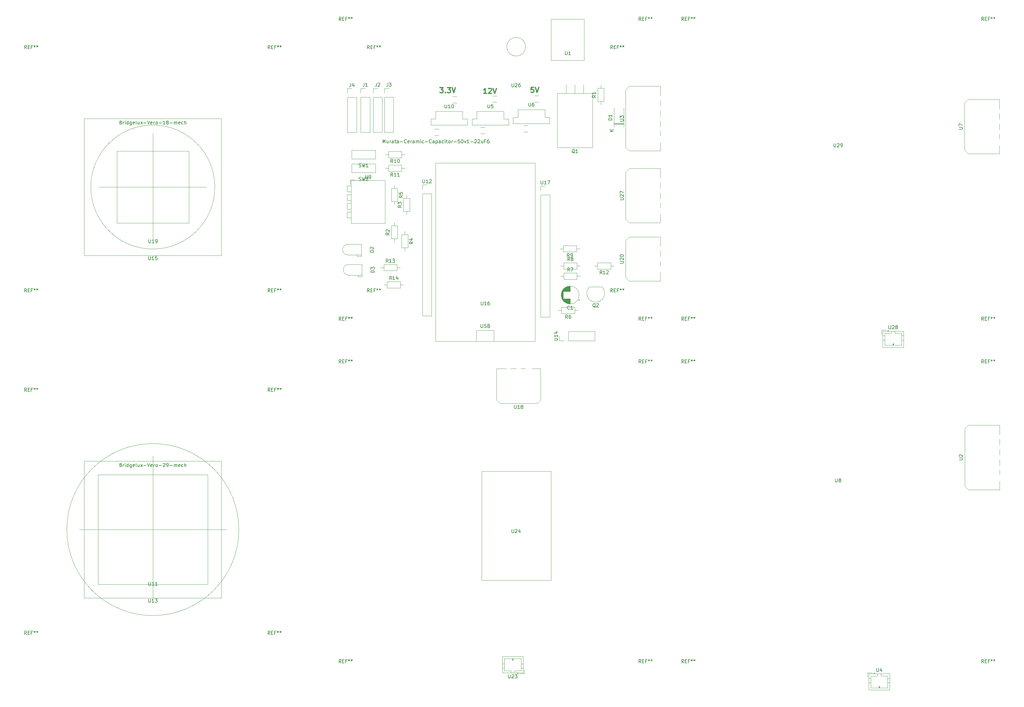
<source format=gbr>
%TF.GenerationSoftware,KiCad,Pcbnew,5.1.6-c6e7f7d~87~ubuntu19.10.1*%
%TF.CreationDate,2020-11-11T17:21:01+01:00*%
%TF.ProjectId,ariadne,61726961-646e-4652-9e6b-696361645f70,rev?*%
%TF.SameCoordinates,Original*%
%TF.FileFunction,Legend,Top*%
%TF.FilePolarity,Positive*%
%FSLAX46Y46*%
G04 Gerber Fmt 4.6, Leading zero omitted, Abs format (unit mm)*
G04 Created by KiCad (PCBNEW 5.1.6-c6e7f7d~87~ubuntu19.10.1) date 2020-11-11 17:21:01*
%MOMM*%
%LPD*%
G01*
G04 APERTURE LIST*
%ADD10C,0.300000*%
%ADD11C,0.120000*%
%ADD12C,0.150000*%
G04 APERTURE END LIST*
D10*
X187614285Y-50878571D02*
X186900000Y-50878571D01*
X186828571Y-51592857D01*
X186900000Y-51521428D01*
X187042857Y-51450000D01*
X187400000Y-51450000D01*
X187542857Y-51521428D01*
X187614285Y-51592857D01*
X187685714Y-51735714D01*
X187685714Y-52092857D01*
X187614285Y-52235714D01*
X187542857Y-52307142D01*
X187400000Y-52378571D01*
X187042857Y-52378571D01*
X186900000Y-52307142D01*
X186828571Y-52235714D01*
X188114285Y-50878571D02*
X188614285Y-52378571D01*
X189114285Y-50878571D01*
X173871428Y-52678571D02*
X173014285Y-52678571D01*
X173442857Y-52678571D02*
X173442857Y-51178571D01*
X173300000Y-51392857D01*
X173157142Y-51535714D01*
X173014285Y-51607142D01*
X174442857Y-51321428D02*
X174514285Y-51250000D01*
X174657142Y-51178571D01*
X175014285Y-51178571D01*
X175157142Y-51250000D01*
X175228571Y-51321428D01*
X175300000Y-51464285D01*
X175300000Y-51607142D01*
X175228571Y-51821428D01*
X174371428Y-52678571D01*
X175300000Y-52678571D01*
X175728571Y-51178571D02*
X176228571Y-52678571D01*
X176728571Y-51178571D01*
X160285714Y-50978571D02*
X161214285Y-50978571D01*
X160714285Y-51550000D01*
X160928571Y-51550000D01*
X161071428Y-51621428D01*
X161142857Y-51692857D01*
X161214285Y-51835714D01*
X161214285Y-52192857D01*
X161142857Y-52335714D01*
X161071428Y-52407142D01*
X160928571Y-52478571D01*
X160500000Y-52478571D01*
X160357142Y-52407142D01*
X160285714Y-52335714D01*
X161857142Y-52335714D02*
X161928571Y-52407142D01*
X161857142Y-52478571D01*
X161785714Y-52407142D01*
X161857142Y-52335714D01*
X161857142Y-52478571D01*
X162428571Y-50978571D02*
X163357142Y-50978571D01*
X162857142Y-51550000D01*
X163071428Y-51550000D01*
X163214285Y-51621428D01*
X163285714Y-51692857D01*
X163357142Y-51835714D01*
X163357142Y-52192857D01*
X163285714Y-52335714D01*
X163214285Y-52407142D01*
X163071428Y-52478571D01*
X162642857Y-52478571D01*
X162500000Y-52407142D01*
X162428571Y-52335714D01*
X163785714Y-50978571D02*
X164285714Y-52478571D01*
X164785714Y-50978571D01*
D11*
%TO.C,U2*%
X323540000Y-155268233D02*
X323540000Y-153571767D01*
X323540000Y-158268233D02*
X323540000Y-156571767D01*
X323540000Y-161268233D02*
X323540000Y-159571767D01*
X323540000Y-163910000D02*
X323540000Y-162571767D01*
X323540000Y-149485000D02*
X323540000Y-152268233D01*
X323540000Y-168355000D02*
X323540000Y-165930000D01*
X314420000Y-149485000D02*
X323540000Y-149485000D01*
X313420000Y-150485000D02*
X314420000Y-149485000D01*
X313420000Y-167355000D02*
X313420000Y-150485000D01*
X314420000Y-168355000D02*
X313420000Y-167355000D01*
X323540000Y-168355000D02*
X314420000Y-168355000D01*
%TO.C,U4*%
X285090000Y-221810000D02*
X285090000Y-223060000D01*
X286340000Y-221810000D02*
X285090000Y-221810000D01*
X288450000Y-226220000D02*
X288450000Y-225720000D01*
X288550000Y-225720000D02*
X288550000Y-226220000D01*
X288350000Y-225720000D02*
X288550000Y-225720000D01*
X288350000Y-226220000D02*
X288350000Y-225720000D01*
X291510000Y-224720000D02*
X290900000Y-224720000D01*
X291510000Y-223420000D02*
X290900000Y-223420000D01*
X285390000Y-224720000D02*
X286000000Y-224720000D01*
X285390000Y-223420000D02*
X286000000Y-223420000D01*
X288950000Y-222720000D02*
X288950000Y-222110000D01*
X290900000Y-222720000D02*
X288950000Y-222720000D01*
X290900000Y-226220000D02*
X290900000Y-222720000D01*
X286000000Y-226220000D02*
X290900000Y-226220000D01*
X286000000Y-222720000D02*
X286000000Y-226220000D01*
X287950000Y-222720000D02*
X286000000Y-222720000D01*
X287950000Y-222110000D02*
X287950000Y-222720000D01*
X287150000Y-222010000D02*
X286850000Y-222010000D01*
X286850000Y-221910000D02*
X286850000Y-222110000D01*
X287150000Y-221910000D02*
X286850000Y-221910000D01*
X287150000Y-222110000D02*
X287150000Y-221910000D01*
X291510000Y-222110000D02*
X285390000Y-222110000D01*
X291510000Y-226830000D02*
X291510000Y-222110000D01*
X285390000Y-226830000D02*
X291510000Y-226830000D01*
X285390000Y-222110000D02*
X285390000Y-226830000D01*
%TO.C,U19*%
X56500000Y-100000000D02*
X96500000Y-100000000D01*
X56500000Y-60000000D02*
X56500000Y-100000000D01*
X96500000Y-60000000D02*
X96500000Y-100000000D01*
X96500000Y-90000000D02*
X96500000Y-60000000D01*
X56500000Y-60000000D02*
X96500000Y-60000000D01*
%TO.C,U11*%
X56500000Y-160000000D02*
X96500000Y-160000000D01*
X96500000Y-190000000D02*
X96500000Y-160000000D01*
X96500000Y-160000000D02*
X96500000Y-200000000D01*
X56500000Y-160000000D02*
X56500000Y-200000000D01*
X56500000Y-200000000D02*
X96500000Y-200000000D01*
%TO.C,U13*%
X55000000Y-180000000D02*
X98000000Y-180000000D01*
X76500000Y-201500000D02*
X76500000Y-158500000D01*
X92500000Y-196000000D02*
X92500000Y-164000000D01*
X60500000Y-196000000D02*
X92500000Y-196000000D01*
X60500000Y-164000000D02*
X60500000Y-196000000D01*
X60500000Y-164000000D02*
X92500000Y-164000000D01*
X101600000Y-180000000D02*
G75*
G03*
X101600000Y-180000000I-25100000J0D01*
G01*
%TO.C,J4*%
X133270000Y-64050000D02*
X135930000Y-64050000D01*
X133270000Y-53830000D02*
X133270000Y-64050000D01*
X135930000Y-53830000D02*
X135930000Y-64050000D01*
X133270000Y-53830000D02*
X135930000Y-53830000D01*
X133270000Y-52560000D02*
X133270000Y-51230000D01*
X133270000Y-51230000D02*
X134600000Y-51230000D01*
%TO.C,J3*%
X144070000Y-63990000D02*
X146730000Y-63990000D01*
X144070000Y-53770000D02*
X144070000Y-63990000D01*
X146730000Y-53770000D02*
X146730000Y-63990000D01*
X144070000Y-53770000D02*
X146730000Y-53770000D01*
X144070000Y-52500000D02*
X144070000Y-51170000D01*
X144070000Y-51170000D02*
X145400000Y-51170000D01*
%TO.C,J2*%
X140770000Y-63990000D02*
X143430000Y-63990000D01*
X140770000Y-53770000D02*
X140770000Y-63990000D01*
X143430000Y-53770000D02*
X143430000Y-63990000D01*
X140770000Y-53770000D02*
X143430000Y-53770000D01*
X140770000Y-52500000D02*
X140770000Y-51170000D01*
X140770000Y-51170000D02*
X142100000Y-51170000D01*
%TO.C,J1*%
X137170000Y-64010000D02*
X139830000Y-64010000D01*
X137170000Y-53790000D02*
X137170000Y-64010000D01*
X139830000Y-53790000D02*
X139830000Y-64010000D01*
X137170000Y-53790000D02*
X139830000Y-53790000D01*
X137170000Y-52520000D02*
X137170000Y-51190000D01*
X137170000Y-51190000D02*
X138500000Y-51190000D01*
%TO.C,U14*%
X205450000Y-124830000D02*
X205450000Y-122170000D01*
X197770000Y-124830000D02*
X205450000Y-124830000D01*
X197770000Y-122170000D02*
X205450000Y-122170000D01*
X197770000Y-124830000D02*
X197770000Y-122170000D01*
X196500000Y-124830000D02*
X195170000Y-124830000D01*
X195170000Y-124830000D02*
X195170000Y-123500000D01*
%TO.C,U26*%
X185228308Y-39030000D02*
G75*
G03*
X185228308Y-39030000I-2718308J0D01*
G01*
%TO.C,U28*%
X289130000Y-121760000D02*
X289130000Y-123010000D01*
X290380000Y-121760000D02*
X289130000Y-121760000D01*
X292490000Y-126170000D02*
X292490000Y-125670000D01*
X292590000Y-125670000D02*
X292590000Y-126170000D01*
X292390000Y-125670000D02*
X292590000Y-125670000D01*
X292390000Y-126170000D02*
X292390000Y-125670000D01*
X295550000Y-124670000D02*
X294940000Y-124670000D01*
X295550000Y-123370000D02*
X294940000Y-123370000D01*
X289430000Y-124670000D02*
X290040000Y-124670000D01*
X289430000Y-123370000D02*
X290040000Y-123370000D01*
X292990000Y-122670000D02*
X292990000Y-122060000D01*
X294940000Y-122670000D02*
X292990000Y-122670000D01*
X294940000Y-126170000D02*
X294940000Y-122670000D01*
X290040000Y-126170000D02*
X294940000Y-126170000D01*
X290040000Y-122670000D02*
X290040000Y-126170000D01*
X291990000Y-122670000D02*
X290040000Y-122670000D01*
X291990000Y-122060000D02*
X291990000Y-122670000D01*
X291190000Y-121960000D02*
X290890000Y-121960000D01*
X290890000Y-121860000D02*
X290890000Y-122060000D01*
X291190000Y-121860000D02*
X290890000Y-121860000D01*
X291190000Y-122060000D02*
X291190000Y-121860000D01*
X295550000Y-122060000D02*
X289430000Y-122060000D01*
X295550000Y-126780000D02*
X295550000Y-122060000D01*
X289430000Y-126780000D02*
X295550000Y-126780000D01*
X289430000Y-122060000D02*
X289430000Y-126780000D01*
%TO.C,U27*%
X224590000Y-80348233D02*
X224590000Y-78651767D01*
X224590000Y-83348233D02*
X224590000Y-81651767D01*
X224590000Y-85990000D02*
X224590000Y-84651767D01*
X224590000Y-74565000D02*
X224590000Y-77348233D01*
X224590000Y-90435000D02*
X224590000Y-88010000D01*
X215470000Y-74565000D02*
X224590000Y-74565000D01*
X214470000Y-75565000D02*
X215470000Y-74565000D01*
X214470000Y-89435000D02*
X214470000Y-75565000D01*
X215470000Y-90435000D02*
X214470000Y-89435000D01*
X224590000Y-90435000D02*
X215470000Y-90435000D01*
%TO.C,U24*%
X192725000Y-163000000D02*
X172425000Y-163000000D01*
X192725000Y-194800000D02*
X172425000Y-194800000D01*
X192725000Y-163000000D02*
X192725000Y-194800000D01*
X172425000Y-194800000D02*
X172425000Y-163000000D01*
%TO.C,U23*%
X184860000Y-222110000D02*
X184860000Y-220860000D01*
X183610000Y-222110000D02*
X184860000Y-222110000D01*
X181500000Y-217700000D02*
X181500000Y-218200000D01*
X181400000Y-218200000D02*
X181400000Y-217700000D01*
X181600000Y-218200000D02*
X181400000Y-218200000D01*
X181600000Y-217700000D02*
X181600000Y-218200000D01*
X178440000Y-219200000D02*
X179050000Y-219200000D01*
X178440000Y-220500000D02*
X179050000Y-220500000D01*
X184560000Y-219200000D02*
X183950000Y-219200000D01*
X184560000Y-220500000D02*
X183950000Y-220500000D01*
X181000000Y-221200000D02*
X181000000Y-221810000D01*
X179050000Y-221200000D02*
X181000000Y-221200000D01*
X179050000Y-217700000D02*
X179050000Y-221200000D01*
X183950000Y-217700000D02*
X179050000Y-217700000D01*
X183950000Y-221200000D02*
X183950000Y-217700000D01*
X182000000Y-221200000D02*
X183950000Y-221200000D01*
X182000000Y-221810000D02*
X182000000Y-221200000D01*
X182800000Y-221910000D02*
X183100000Y-221910000D01*
X183100000Y-222010000D02*
X183100000Y-221810000D01*
X182800000Y-222010000D02*
X183100000Y-222010000D01*
X182800000Y-221810000D02*
X182800000Y-222010000D01*
X178440000Y-221810000D02*
X184560000Y-221810000D01*
X178440000Y-217090000D02*
X178440000Y-221810000D01*
X184560000Y-217090000D02*
X178440000Y-217090000D01*
X184560000Y-221810000D02*
X184560000Y-217090000D01*
%TO.C,U20*%
X224590000Y-100348233D02*
X224590000Y-98651767D01*
X224590000Y-102990000D02*
X224590000Y-101651767D01*
X224590000Y-94565000D02*
X224590000Y-97348233D01*
X224590000Y-107435000D02*
X224590000Y-105010000D01*
X215470000Y-94565000D02*
X224590000Y-94565000D01*
X214470000Y-95565000D02*
X215470000Y-94565000D01*
X214470000Y-106435000D02*
X214470000Y-95565000D01*
X215470000Y-107435000D02*
X214470000Y-106435000D01*
X224590000Y-107435000D02*
X215470000Y-107435000D01*
%TO.C,U18*%
X182548233Y-133010000D02*
X180851767Y-133010000D01*
X185190000Y-133010000D02*
X183851767Y-133010000D01*
X176765000Y-133010000D02*
X179548233Y-133010000D01*
X189635000Y-133010000D02*
X187210000Y-133010000D01*
X176765000Y-142130000D02*
X176765000Y-133010000D01*
X177765000Y-143130000D02*
X176765000Y-142130000D01*
X188635000Y-143130000D02*
X177765000Y-143130000D01*
X189635000Y-142130000D02*
X188635000Y-143130000D01*
X189635000Y-133010000D02*
X189635000Y-142130000D01*
%TO.C,U17*%
X189670000Y-79670000D02*
X191000000Y-79670000D01*
X189670000Y-81000000D02*
X189670000Y-79670000D01*
X189670000Y-82270000D02*
X192330000Y-82270000D01*
X192330000Y-82270000D02*
X192330000Y-117890000D01*
X189670000Y-82270000D02*
X189670000Y-117890000D01*
X189670000Y-117890000D02*
X192330000Y-117890000D01*
%TO.C,U16*%
X176040000Y-121860000D02*
X176040000Y-124908000D01*
X170960000Y-121860000D02*
X176040000Y-121860000D01*
X170960000Y-124908000D02*
X170960000Y-121860000D01*
X159000000Y-125000000D02*
X188000000Y-125000000D01*
X159000000Y-73000000D02*
X188000000Y-73000000D01*
X188000000Y-73000000D02*
X188000000Y-125000000D01*
X159000000Y-73000000D02*
X159000000Y-125000000D01*
%TO.C,U15*%
X94600000Y-80000000D02*
G75*
G03*
X94600000Y-80000000I-18100000J0D01*
G01*
X66000000Y-69500000D02*
X87000000Y-69500000D01*
X66000000Y-69500000D02*
X66000000Y-90500000D01*
X66000000Y-90500000D02*
X87000000Y-90500000D01*
X87000000Y-90500000D02*
X87000000Y-69500000D01*
X76500000Y-64300000D02*
X76500000Y-95700000D01*
X60800000Y-80000000D02*
X92200000Y-80000000D01*
%TO.C,U12*%
X155170000Y-79350000D02*
X156500000Y-79350000D01*
X155170000Y-80680000D02*
X155170000Y-79350000D01*
X155170000Y-81950000D02*
X157830000Y-81950000D01*
X157830000Y-81950000D02*
X157830000Y-117570000D01*
X155170000Y-81950000D02*
X155170000Y-117570000D01*
X155170000Y-117570000D02*
X157830000Y-117570000D01*
%TO.C,U10*%
X166900000Y-60140000D02*
X168290000Y-60140000D01*
X166900000Y-57900000D02*
X166900000Y-60140000D01*
X159020000Y-57900000D02*
X166900000Y-57900000D01*
X159020000Y-60140000D02*
X159020000Y-57900000D01*
X157620000Y-60140000D02*
X159020000Y-60140000D01*
X157620000Y-60150000D02*
X157620000Y-61920000D01*
X157620000Y-61920000D02*
X168290000Y-61920000D01*
X168290000Y-61920000D02*
X168290000Y-60140000D01*
%TO.C,U9*%
X134360000Y-87301000D02*
X134360000Y-88941000D01*
X133160000Y-87301000D02*
X133160000Y-88941000D01*
X133160000Y-88941000D02*
X134360000Y-88941000D01*
X133160000Y-87301000D02*
X134360000Y-87301000D01*
X134360000Y-84761000D02*
X134360000Y-86400000D01*
X133160000Y-84761000D02*
X133160000Y-86400000D01*
X133160000Y-86400000D02*
X134360000Y-86400000D01*
X133160000Y-84761000D02*
X134360000Y-84761000D01*
X134360000Y-82220000D02*
X134360000Y-83861000D01*
X133160000Y-82220000D02*
X133160000Y-83861000D01*
X133160000Y-83861000D02*
X134360000Y-83861000D01*
X133160000Y-82220000D02*
X134360000Y-82220000D01*
X134360000Y-79680000D02*
X134360000Y-81320000D01*
X133160000Y-79680000D02*
X133160000Y-81320000D01*
X133160000Y-81320000D02*
X134360000Y-81320000D01*
X133160000Y-79680000D02*
X134360000Y-79680000D01*
X134120000Y-77840000D02*
X134120000Y-79223000D01*
X134120000Y-77840000D02*
X135504000Y-77840000D01*
X144260000Y-78080000D02*
X144260000Y-90540000D01*
X134360000Y-78080000D02*
X134360000Y-90540000D01*
X134360000Y-90540000D02*
X144260000Y-90540000D01*
X134360000Y-78080000D02*
X144260000Y-78080000D01*
%TO.C,U6*%
X190900000Y-59640000D02*
X192290000Y-59640000D01*
X190900000Y-57400000D02*
X190900000Y-59640000D01*
X183020000Y-57400000D02*
X190900000Y-57400000D01*
X183020000Y-59640000D02*
X183020000Y-57400000D01*
X181620000Y-59640000D02*
X183020000Y-59640000D01*
X181620000Y-59650000D02*
X181620000Y-61420000D01*
X181620000Y-61420000D02*
X192290000Y-61420000D01*
X192290000Y-61420000D02*
X192290000Y-59640000D01*
%TO.C,U5*%
X178900000Y-60140000D02*
X180290000Y-60140000D01*
X178900000Y-57900000D02*
X178900000Y-60140000D01*
X171020000Y-57900000D02*
X178900000Y-57900000D01*
X171020000Y-60140000D02*
X171020000Y-57900000D01*
X169620000Y-60140000D02*
X171020000Y-60140000D01*
X169620000Y-60150000D02*
X169620000Y-61920000D01*
X169620000Y-61920000D02*
X180290000Y-61920000D01*
X180290000Y-61920000D02*
X180290000Y-60140000D01*
%TO.C,U3*%
X224590000Y-56348233D02*
X224590000Y-54651767D01*
X224590000Y-59348233D02*
X224590000Y-57651767D01*
X224590000Y-62348233D02*
X224590000Y-60651767D01*
X224590000Y-64990000D02*
X224590000Y-63651767D01*
X224590000Y-50565000D02*
X224590000Y-53348233D01*
X224590000Y-69435000D02*
X224590000Y-67010000D01*
X215470000Y-50565000D02*
X224590000Y-50565000D01*
X214470000Y-51565000D02*
X215470000Y-50565000D01*
X214470000Y-68435000D02*
X214470000Y-51565000D01*
X215470000Y-69435000D02*
X214470000Y-68435000D01*
X224590000Y-69435000D02*
X215470000Y-69435000D01*
%TO.C,U1*%
X192700000Y-43000000D02*
X202300000Y-43000000D01*
X192700000Y-31000000D02*
X202300000Y-31000000D01*
X192700000Y-31000000D02*
X192700000Y-43000000D01*
X202300000Y-31000000D02*
X202300000Y-43000000D01*
%TO.C,SW2*%
X134500000Y-75750000D02*
X134500000Y-73250000D01*
X141500000Y-73250000D02*
X141500000Y-75750000D01*
X134500000Y-73250000D02*
X141500000Y-73250000D01*
X134500000Y-75750000D02*
X141500000Y-75750000D01*
%TO.C,SW1*%
X134500000Y-71750000D02*
X134500000Y-69250000D01*
X141500000Y-69250000D02*
X141500000Y-71750000D01*
X134500000Y-69250000D02*
X141500000Y-69250000D01*
X134500000Y-71750000D02*
X141500000Y-71750000D01*
%TO.C,R14*%
X149680000Y-108500000D02*
X148730000Y-108500000D01*
X143940000Y-108500000D02*
X144890000Y-108500000D01*
X148730000Y-107580000D02*
X144890000Y-107580000D01*
X148730000Y-109420000D02*
X148730000Y-107580000D01*
X144890000Y-109420000D02*
X148730000Y-109420000D01*
X144890000Y-107580000D02*
X144890000Y-109420000D01*
%TO.C,R13*%
X148680000Y-103500000D02*
X147730000Y-103500000D01*
X142940000Y-103500000D02*
X143890000Y-103500000D01*
X147730000Y-102580000D02*
X143890000Y-102580000D01*
X147730000Y-104420000D02*
X147730000Y-102580000D01*
X143890000Y-104420000D02*
X147730000Y-104420000D01*
X143890000Y-102580000D02*
X143890000Y-104420000D01*
%TO.C,R12*%
X205320000Y-103000000D02*
X206270000Y-103000000D01*
X211060000Y-103000000D02*
X210110000Y-103000000D01*
X206270000Y-103920000D02*
X210110000Y-103920000D01*
X206270000Y-102080000D02*
X206270000Y-103920000D01*
X210110000Y-102080000D02*
X206270000Y-102080000D01*
X210110000Y-103920000D02*
X210110000Y-102080000D01*
%TO.C,R11*%
X144320000Y-74500000D02*
X145270000Y-74500000D01*
X150060000Y-74500000D02*
X149110000Y-74500000D01*
X145270000Y-75420000D02*
X149110000Y-75420000D01*
X145270000Y-73580000D02*
X145270000Y-75420000D01*
X149110000Y-73580000D02*
X145270000Y-73580000D01*
X149110000Y-75420000D02*
X149110000Y-73580000D01*
%TO.C,R10*%
X144320000Y-70500000D02*
X145270000Y-70500000D01*
X150060000Y-70500000D02*
X149110000Y-70500000D01*
X145270000Y-71420000D02*
X149110000Y-71420000D01*
X145270000Y-69580000D02*
X145270000Y-71420000D01*
X149110000Y-69580000D02*
X145270000Y-69580000D01*
X149110000Y-71420000D02*
X149110000Y-69580000D01*
%TO.C,R9*%
X195320000Y-98000000D02*
X196270000Y-98000000D01*
X201060000Y-98000000D02*
X200110000Y-98000000D01*
X196270000Y-98920000D02*
X200110000Y-98920000D01*
X196270000Y-97080000D02*
X196270000Y-98920000D01*
X200110000Y-97080000D02*
X196270000Y-97080000D01*
X200110000Y-98920000D02*
X200110000Y-97080000D01*
%TO.C,R8*%
X201180000Y-103000000D02*
X200230000Y-103000000D01*
X195440000Y-103000000D02*
X196390000Y-103000000D01*
X200230000Y-102080000D02*
X196390000Y-102080000D01*
X200230000Y-103920000D02*
X200230000Y-102080000D01*
X196390000Y-103920000D02*
X200230000Y-103920000D01*
X196390000Y-102080000D02*
X196390000Y-103920000D01*
%TO.C,R7*%
X201180000Y-106000000D02*
X200230000Y-106000000D01*
X195440000Y-106000000D02*
X196390000Y-106000000D01*
X200230000Y-105080000D02*
X196390000Y-105080000D01*
X200230000Y-106920000D02*
X200230000Y-105080000D01*
X196390000Y-106920000D02*
X200230000Y-106920000D01*
X196390000Y-105080000D02*
X196390000Y-106920000D01*
%TO.C,R6*%
X194820000Y-116000000D02*
X195770000Y-116000000D01*
X200560000Y-116000000D02*
X199610000Y-116000000D01*
X195770000Y-116920000D02*
X199610000Y-116920000D01*
X195770000Y-115080000D02*
X195770000Y-116920000D01*
X199610000Y-115080000D02*
X195770000Y-115080000D01*
X199610000Y-116920000D02*
X199610000Y-115080000D01*
%TO.C,R5*%
X147000000Y-85180000D02*
X147000000Y-84230000D01*
X147000000Y-79440000D02*
X147000000Y-80390000D01*
X147920000Y-84230000D02*
X147920000Y-80390000D01*
X146080000Y-84230000D02*
X147920000Y-84230000D01*
X146080000Y-80390000D02*
X146080000Y-84230000D01*
X147920000Y-80390000D02*
X146080000Y-80390000D01*
%TO.C,R4*%
X150000000Y-98680000D02*
X150000000Y-97730000D01*
X150000000Y-92940000D02*
X150000000Y-93890000D01*
X150920000Y-97730000D02*
X150920000Y-93890000D01*
X149080000Y-97730000D02*
X150920000Y-97730000D01*
X149080000Y-93890000D02*
X149080000Y-97730000D01*
X150920000Y-93890000D02*
X149080000Y-93890000D01*
%TO.C,R3*%
X150500000Y-82320000D02*
X150500000Y-83270000D01*
X150500000Y-88060000D02*
X150500000Y-87110000D01*
X149580000Y-83270000D02*
X149580000Y-87110000D01*
X151420000Y-83270000D02*
X149580000Y-83270000D01*
X151420000Y-87110000D02*
X151420000Y-83270000D01*
X149580000Y-87110000D02*
X151420000Y-87110000D01*
%TO.C,R2*%
X147000000Y-90320000D02*
X147000000Y-91270000D01*
X147000000Y-96060000D02*
X147000000Y-95110000D01*
X146080000Y-91270000D02*
X146080000Y-95110000D01*
X147920000Y-91270000D02*
X146080000Y-91270000D01*
X147920000Y-95110000D02*
X147920000Y-91270000D01*
X146080000Y-95110000D02*
X147920000Y-95110000D01*
%TO.C,R1*%
X207210000Y-50200000D02*
X207210000Y-51150000D01*
X207210000Y-55940000D02*
X207210000Y-54990000D01*
X206290000Y-51150000D02*
X206290000Y-54990000D01*
X208130000Y-51150000D02*
X206290000Y-51150000D01*
X208130000Y-54990000D02*
X208130000Y-51150000D01*
X206290000Y-54990000D02*
X208130000Y-54990000D01*
%TO.C,Q2*%
X207530000Y-109150000D02*
X203930000Y-109150000D01*
X203891522Y-109161522D02*
G75*
G03*
X205730000Y-113600000I1838478J-1838478D01*
G01*
X207568478Y-109161522D02*
G75*
G02*
X205730000Y-113600000I-1838478J-1838478D01*
G01*
%TO.C,Q1*%
X197130000Y-52630000D02*
X197130000Y-50090000D01*
X199670000Y-52630000D02*
X199670000Y-50090000D01*
X202210000Y-52630000D02*
X202210000Y-50090000D01*
X194550000Y-68520000D02*
X194550000Y-52630000D01*
X204790000Y-68520000D02*
X204790000Y-52630000D01*
X204790000Y-68520000D02*
X194550000Y-68520000D01*
X204790000Y-52630000D02*
X194550000Y-52630000D01*
%TO.C,Murata-Ceramic-Capacitor-50v1-22uF6*%
X158621000Y-64920000D02*
X159879000Y-64920000D01*
X158621000Y-63080000D02*
X159879000Y-63080000D01*
%TO.C,Murata-Ceramic-Capacitor-50v1-22uF5*%
X176879000Y-53380000D02*
X175621000Y-53380000D01*
X176879000Y-55220000D02*
X175621000Y-55220000D01*
%TO.C,Murata-Ceramic-Capacitor-50v1-22uF4*%
X184621000Y-63920000D02*
X185879000Y-63920000D01*
X184621000Y-62080000D02*
X185879000Y-62080000D01*
%TO.C,Murata-Ceramic-Capacitor-50v1-22uF3*%
X172121000Y-64420000D02*
X173379000Y-64420000D01*
X172121000Y-62580000D02*
X173379000Y-62580000D01*
%TO.C,Murata-Ceramic-Capacitor-50v1-22uF2*%
X189129000Y-53330000D02*
X187871000Y-53330000D01*
X189129000Y-55170000D02*
X187871000Y-55170000D01*
%TO.C,Murata-Ceramic-Capacitor-50v1-22uF1*%
X165129000Y-53580000D02*
X163871000Y-53580000D01*
X165129000Y-55420000D02*
X163871000Y-55420000D01*
%TO.C,D3*%
X137620000Y-105440000D02*
X137620000Y-105440000D01*
X137490000Y-105440000D02*
X137620000Y-105440000D01*
X137490000Y-105440000D02*
X137490000Y-105440000D01*
X137620000Y-105440000D02*
X137490000Y-105440000D01*
X137620000Y-102900000D02*
X137620000Y-102900000D01*
X137490000Y-102900000D02*
X137620000Y-102900000D01*
X137490000Y-102900000D02*
X137490000Y-102900000D01*
X137620000Y-102900000D02*
X137490000Y-102900000D01*
X137490000Y-105730000D02*
X137490000Y-106130000D01*
X136370000Y-105730000D02*
X137490000Y-105730000D01*
X136370000Y-106130000D02*
X136370000Y-105730000D01*
X137490000Y-106130000D02*
X136370000Y-106130000D01*
X137490000Y-102610000D02*
X137490000Y-105730000D01*
X137490000Y-105730000D02*
X133630000Y-105730000D01*
X137490000Y-102610000D02*
X133630000Y-102610000D01*
X133630000Y-105730000D02*
G75*
G02*
X133630000Y-102610000I0J1560000D01*
G01*
%TO.C,D2*%
X137420000Y-99540000D02*
X137420000Y-99540000D01*
X137290000Y-99540000D02*
X137420000Y-99540000D01*
X137290000Y-99540000D02*
X137290000Y-99540000D01*
X137420000Y-99540000D02*
X137290000Y-99540000D01*
X137420000Y-97000000D02*
X137420000Y-97000000D01*
X137290000Y-97000000D02*
X137420000Y-97000000D01*
X137290000Y-97000000D02*
X137290000Y-97000000D01*
X137420000Y-97000000D02*
X137290000Y-97000000D01*
X137290000Y-99830000D02*
X137290000Y-100230000D01*
X136170000Y-99830000D02*
X137290000Y-99830000D01*
X136170000Y-100230000D02*
X136170000Y-99830000D01*
X137290000Y-100230000D02*
X136170000Y-100230000D01*
X137290000Y-96710000D02*
X137290000Y-99830000D01*
X137290000Y-99830000D02*
X133430000Y-99830000D01*
X137290000Y-96710000D02*
X133430000Y-96710000D01*
X133430000Y-99830000D02*
G75*
G02*
X133430000Y-96710000I0J1560000D01*
G01*
%TO.C,D1*%
X211030000Y-61630000D02*
X213970000Y-61630000D01*
X211030000Y-61390000D02*
X213970000Y-61390000D01*
X211030000Y-61510000D02*
X213970000Y-61510000D01*
X213970000Y-56970000D02*
X213840000Y-56970000D01*
X213970000Y-62410000D02*
X213970000Y-56970000D01*
X213840000Y-62410000D02*
X213970000Y-62410000D01*
X211030000Y-56970000D02*
X211160000Y-56970000D01*
X211030000Y-62410000D02*
X211030000Y-56970000D01*
X211160000Y-62410000D02*
X211030000Y-62410000D01*
%TO.C,C1*%
X200804775Y-113245000D02*
X200804775Y-112745000D01*
X201054775Y-112995000D02*
X200554775Y-112995000D01*
X195649000Y-111804000D02*
X195649000Y-111236000D01*
X195689000Y-112038000D02*
X195689000Y-111002000D01*
X195729000Y-112197000D02*
X195729000Y-110843000D01*
X195769000Y-112325000D02*
X195769000Y-110715000D01*
X195809000Y-112435000D02*
X195809000Y-110605000D01*
X195849000Y-112531000D02*
X195849000Y-110509000D01*
X195889000Y-112618000D02*
X195889000Y-110422000D01*
X195929000Y-112698000D02*
X195929000Y-110342000D01*
X195969000Y-112771000D02*
X195969000Y-110269000D01*
X196009000Y-112839000D02*
X196009000Y-110201000D01*
X196049000Y-112903000D02*
X196049000Y-110137000D01*
X196089000Y-112963000D02*
X196089000Y-110077000D01*
X196129000Y-113020000D02*
X196129000Y-110020000D01*
X196169000Y-113074000D02*
X196169000Y-109966000D01*
X196209000Y-113125000D02*
X196209000Y-109915000D01*
X196249000Y-110480000D02*
X196249000Y-109867000D01*
X196249000Y-113173000D02*
X196249000Y-112560000D01*
X196289000Y-110480000D02*
X196289000Y-109821000D01*
X196289000Y-113219000D02*
X196289000Y-112560000D01*
X196329000Y-110480000D02*
X196329000Y-109777000D01*
X196329000Y-113263000D02*
X196329000Y-112560000D01*
X196369000Y-110480000D02*
X196369000Y-109735000D01*
X196369000Y-113305000D02*
X196369000Y-112560000D01*
X196409000Y-110480000D02*
X196409000Y-109694000D01*
X196409000Y-113346000D02*
X196409000Y-112560000D01*
X196449000Y-110480000D02*
X196449000Y-109656000D01*
X196449000Y-113384000D02*
X196449000Y-112560000D01*
X196489000Y-110480000D02*
X196489000Y-109619000D01*
X196489000Y-113421000D02*
X196489000Y-112560000D01*
X196529000Y-110480000D02*
X196529000Y-109583000D01*
X196529000Y-113457000D02*
X196529000Y-112560000D01*
X196569000Y-110480000D02*
X196569000Y-109549000D01*
X196569000Y-113491000D02*
X196569000Y-112560000D01*
X196609000Y-110480000D02*
X196609000Y-109516000D01*
X196609000Y-113524000D02*
X196609000Y-112560000D01*
X196649000Y-110480000D02*
X196649000Y-109485000D01*
X196649000Y-113555000D02*
X196649000Y-112560000D01*
X196689000Y-110480000D02*
X196689000Y-109455000D01*
X196689000Y-113585000D02*
X196689000Y-112560000D01*
X196729000Y-110480000D02*
X196729000Y-109425000D01*
X196729000Y-113615000D02*
X196729000Y-112560000D01*
X196769000Y-110480000D02*
X196769000Y-109398000D01*
X196769000Y-113642000D02*
X196769000Y-112560000D01*
X196809000Y-110480000D02*
X196809000Y-109371000D01*
X196809000Y-113669000D02*
X196809000Y-112560000D01*
X196849000Y-110480000D02*
X196849000Y-109345000D01*
X196849000Y-113695000D02*
X196849000Y-112560000D01*
X196889000Y-110480000D02*
X196889000Y-109320000D01*
X196889000Y-113720000D02*
X196889000Y-112560000D01*
X196929000Y-110480000D02*
X196929000Y-109296000D01*
X196929000Y-113744000D02*
X196929000Y-112560000D01*
X196969000Y-110480000D02*
X196969000Y-109273000D01*
X196969000Y-113767000D02*
X196969000Y-112560000D01*
X197009000Y-110480000D02*
X197009000Y-109252000D01*
X197009000Y-113788000D02*
X197009000Y-112560000D01*
X197049000Y-110480000D02*
X197049000Y-109230000D01*
X197049000Y-113810000D02*
X197049000Y-112560000D01*
X197089000Y-110480000D02*
X197089000Y-109210000D01*
X197089000Y-113830000D02*
X197089000Y-112560000D01*
X197129000Y-110480000D02*
X197129000Y-109191000D01*
X197129000Y-113849000D02*
X197129000Y-112560000D01*
X197169000Y-110480000D02*
X197169000Y-109172000D01*
X197169000Y-113868000D02*
X197169000Y-112560000D01*
X197209000Y-110480000D02*
X197209000Y-109155000D01*
X197209000Y-113885000D02*
X197209000Y-112560000D01*
X197249000Y-110480000D02*
X197249000Y-109138000D01*
X197249000Y-113902000D02*
X197249000Y-112560000D01*
X197289000Y-110480000D02*
X197289000Y-109122000D01*
X197289000Y-113918000D02*
X197289000Y-112560000D01*
X197329000Y-110480000D02*
X197329000Y-109106000D01*
X197329000Y-113934000D02*
X197329000Y-112560000D01*
X197369000Y-110480000D02*
X197369000Y-109092000D01*
X197369000Y-113948000D02*
X197369000Y-112560000D01*
X197409000Y-110480000D02*
X197409000Y-109078000D01*
X197409000Y-113962000D02*
X197409000Y-112560000D01*
X197449000Y-110480000D02*
X197449000Y-109065000D01*
X197449000Y-113975000D02*
X197449000Y-112560000D01*
X197489000Y-110480000D02*
X197489000Y-109052000D01*
X197489000Y-113988000D02*
X197489000Y-112560000D01*
X197529000Y-110480000D02*
X197529000Y-109040000D01*
X197529000Y-114000000D02*
X197529000Y-112560000D01*
X197570000Y-110480000D02*
X197570000Y-109029000D01*
X197570000Y-114011000D02*
X197570000Y-112560000D01*
X197610000Y-110480000D02*
X197610000Y-109019000D01*
X197610000Y-114021000D02*
X197610000Y-112560000D01*
X197650000Y-110480000D02*
X197650000Y-109009000D01*
X197650000Y-114031000D02*
X197650000Y-112560000D01*
X197690000Y-110480000D02*
X197690000Y-109000000D01*
X197690000Y-114040000D02*
X197690000Y-112560000D01*
X197730000Y-110480000D02*
X197730000Y-108992000D01*
X197730000Y-114048000D02*
X197730000Y-112560000D01*
X197770000Y-110480000D02*
X197770000Y-108984000D01*
X197770000Y-114056000D02*
X197770000Y-112560000D01*
X197810000Y-110480000D02*
X197810000Y-108977000D01*
X197810000Y-114063000D02*
X197810000Y-112560000D01*
X197850000Y-110480000D02*
X197850000Y-108970000D01*
X197850000Y-114070000D02*
X197850000Y-112560000D01*
X197890000Y-110480000D02*
X197890000Y-108964000D01*
X197890000Y-114076000D02*
X197890000Y-112560000D01*
X197930000Y-110480000D02*
X197930000Y-108959000D01*
X197930000Y-114081000D02*
X197930000Y-112560000D01*
X197970000Y-110480000D02*
X197970000Y-108955000D01*
X197970000Y-114085000D02*
X197970000Y-112560000D01*
X198010000Y-110480000D02*
X198010000Y-108951000D01*
X198010000Y-114089000D02*
X198010000Y-112560000D01*
X198050000Y-110480000D02*
X198050000Y-108947000D01*
X198050000Y-114093000D02*
X198050000Y-112560000D01*
X198090000Y-110480000D02*
X198090000Y-108944000D01*
X198090000Y-114096000D02*
X198090000Y-112560000D01*
X198130000Y-110480000D02*
X198130000Y-108942000D01*
X198130000Y-114098000D02*
X198130000Y-112560000D01*
X198170000Y-110480000D02*
X198170000Y-108941000D01*
X198170000Y-114099000D02*
X198170000Y-112560000D01*
X198210000Y-114100000D02*
X198210000Y-112560000D01*
X198210000Y-110480000D02*
X198210000Y-108940000D01*
X198250000Y-114100000D02*
X198250000Y-112560000D01*
X198250000Y-110480000D02*
X198250000Y-108940000D01*
X200870000Y-111520000D02*
G75*
G03*
X200870000Y-111520000I-2620000J0D01*
G01*
%TO.C,U7*%
X323480000Y-70285000D02*
X314360000Y-70285000D01*
X314360000Y-70285000D02*
X313360000Y-69285000D01*
X313360000Y-69285000D02*
X313360000Y-55415000D01*
X313360000Y-55415000D02*
X314360000Y-54415000D01*
X314360000Y-54415000D02*
X323480000Y-54415000D01*
X323480000Y-70285000D02*
X323480000Y-67860000D01*
X323480000Y-54415000D02*
X323480000Y-57198233D01*
X323480000Y-65840000D02*
X323480000Y-64501767D01*
X323480000Y-63198233D02*
X323480000Y-61501767D01*
X323480000Y-60198233D02*
X323480000Y-58501767D01*
%TO.C,U2*%
D12*
X311782380Y-159681904D02*
X312591904Y-159681904D01*
X312687142Y-159634285D01*
X312734761Y-159586666D01*
X312782380Y-159491428D01*
X312782380Y-159300952D01*
X312734761Y-159205714D01*
X312687142Y-159158095D01*
X312591904Y-159110476D01*
X311782380Y-159110476D01*
X311877619Y-158681904D02*
X311830000Y-158634285D01*
X311782380Y-158539047D01*
X311782380Y-158300952D01*
X311830000Y-158205714D01*
X311877619Y-158158095D01*
X311972857Y-158110476D01*
X312068095Y-158110476D01*
X312210952Y-158158095D01*
X312782380Y-158729523D01*
X312782380Y-158110476D01*
%TO.C,U8*%
X275678095Y-165134380D02*
X275678095Y-165943904D01*
X275725714Y-166039142D01*
X275773333Y-166086761D01*
X275868571Y-166134380D01*
X276059047Y-166134380D01*
X276154285Y-166086761D01*
X276201904Y-166039142D01*
X276249523Y-165943904D01*
X276249523Y-165134380D01*
X276868571Y-165562952D02*
X276773333Y-165515333D01*
X276725714Y-165467714D01*
X276678095Y-165372476D01*
X276678095Y-165324857D01*
X276725714Y-165229619D01*
X276773333Y-165182000D01*
X276868571Y-165134380D01*
X277059047Y-165134380D01*
X277154285Y-165182000D01*
X277201904Y-165229619D01*
X277249523Y-165324857D01*
X277249523Y-165372476D01*
X277201904Y-165467714D01*
X277154285Y-165515333D01*
X277059047Y-165562952D01*
X276868571Y-165562952D01*
X276773333Y-165610571D01*
X276725714Y-165658190D01*
X276678095Y-165753428D01*
X276678095Y-165943904D01*
X276725714Y-166039142D01*
X276773333Y-166086761D01*
X276868571Y-166134380D01*
X277059047Y-166134380D01*
X277154285Y-166086761D01*
X277201904Y-166039142D01*
X277249523Y-165943904D01*
X277249523Y-165753428D01*
X277201904Y-165658190D01*
X277154285Y-165610571D01*
X277059047Y-165562952D01*
%TO.C,U4*%
X287688095Y-220472380D02*
X287688095Y-221281904D01*
X287735714Y-221377142D01*
X287783333Y-221424761D01*
X287878571Y-221472380D01*
X288069047Y-221472380D01*
X288164285Y-221424761D01*
X288211904Y-221377142D01*
X288259523Y-221281904D01*
X288259523Y-220472380D01*
X289164285Y-220805714D02*
X289164285Y-221472380D01*
X288926190Y-220424761D02*
X288688095Y-221139047D01*
X289307142Y-221139047D01*
%TO.C,REF\u002A\u002A*%
X318916666Y-131402380D02*
X318583333Y-130926190D01*
X318345238Y-131402380D02*
X318345238Y-130402380D01*
X318726190Y-130402380D01*
X318821428Y-130450000D01*
X318869047Y-130497619D01*
X318916666Y-130592857D01*
X318916666Y-130735714D01*
X318869047Y-130830952D01*
X318821428Y-130878571D01*
X318726190Y-130926190D01*
X318345238Y-130926190D01*
X319345238Y-130878571D02*
X319678571Y-130878571D01*
X319821428Y-131402380D02*
X319345238Y-131402380D01*
X319345238Y-130402380D01*
X319821428Y-130402380D01*
X320583333Y-130878571D02*
X320250000Y-130878571D01*
X320250000Y-131402380D02*
X320250000Y-130402380D01*
X320726190Y-130402380D01*
X321250000Y-130402380D02*
X321250000Y-130640476D01*
X321011904Y-130545238D02*
X321250000Y-130640476D01*
X321488095Y-130545238D01*
X321107142Y-130830952D02*
X321250000Y-130640476D01*
X321392857Y-130830952D01*
X322011904Y-130402380D02*
X322011904Y-130640476D01*
X321773809Y-130545238D02*
X322011904Y-130640476D01*
X322250000Y-130545238D01*
X321869047Y-130830952D02*
X322011904Y-130640476D01*
X322154761Y-130830952D01*
X231416666Y-218902380D02*
X231083333Y-218426190D01*
X230845238Y-218902380D02*
X230845238Y-217902380D01*
X231226190Y-217902380D01*
X231321428Y-217950000D01*
X231369047Y-217997619D01*
X231416666Y-218092857D01*
X231416666Y-218235714D01*
X231369047Y-218330952D01*
X231321428Y-218378571D01*
X231226190Y-218426190D01*
X230845238Y-218426190D01*
X231845238Y-218378571D02*
X232178571Y-218378571D01*
X232321428Y-218902380D02*
X231845238Y-218902380D01*
X231845238Y-217902380D01*
X232321428Y-217902380D01*
X233083333Y-218378571D02*
X232750000Y-218378571D01*
X232750000Y-218902380D02*
X232750000Y-217902380D01*
X233226190Y-217902380D01*
X233750000Y-217902380D02*
X233750000Y-218140476D01*
X233511904Y-218045238D02*
X233750000Y-218140476D01*
X233988095Y-218045238D01*
X233607142Y-218330952D02*
X233750000Y-218140476D01*
X233892857Y-218330952D01*
X234511904Y-217902380D02*
X234511904Y-218140476D01*
X234273809Y-218045238D02*
X234511904Y-218140476D01*
X234750000Y-218045238D01*
X234369047Y-218330952D02*
X234511904Y-218140476D01*
X234654761Y-218330952D01*
X318916666Y-218902380D02*
X318583333Y-218426190D01*
X318345238Y-218902380D02*
X318345238Y-217902380D01*
X318726190Y-217902380D01*
X318821428Y-217950000D01*
X318869047Y-217997619D01*
X318916666Y-218092857D01*
X318916666Y-218235714D01*
X318869047Y-218330952D01*
X318821428Y-218378571D01*
X318726190Y-218426190D01*
X318345238Y-218426190D01*
X319345238Y-218378571D02*
X319678571Y-218378571D01*
X319821428Y-218902380D02*
X319345238Y-218902380D01*
X319345238Y-217902380D01*
X319821428Y-217902380D01*
X320583333Y-218378571D02*
X320250000Y-218378571D01*
X320250000Y-218902380D02*
X320250000Y-217902380D01*
X320726190Y-217902380D01*
X321250000Y-217902380D02*
X321250000Y-218140476D01*
X321011904Y-218045238D02*
X321250000Y-218140476D01*
X321488095Y-218045238D01*
X321107142Y-218330952D02*
X321250000Y-218140476D01*
X321392857Y-218330952D01*
X322011904Y-217902380D02*
X322011904Y-218140476D01*
X321773809Y-218045238D02*
X322011904Y-218140476D01*
X322250000Y-218045238D01*
X321869047Y-218330952D02*
X322011904Y-218140476D01*
X322154761Y-218330952D01*
X231416666Y-131402380D02*
X231083333Y-130926190D01*
X230845238Y-131402380D02*
X230845238Y-130402380D01*
X231226190Y-130402380D01*
X231321428Y-130450000D01*
X231369047Y-130497619D01*
X231416666Y-130592857D01*
X231416666Y-130735714D01*
X231369047Y-130830952D01*
X231321428Y-130878571D01*
X231226190Y-130926190D01*
X230845238Y-130926190D01*
X231845238Y-130878571D02*
X232178571Y-130878571D01*
X232321428Y-131402380D02*
X231845238Y-131402380D01*
X231845238Y-130402380D01*
X232321428Y-130402380D01*
X233083333Y-130878571D02*
X232750000Y-130878571D01*
X232750000Y-131402380D02*
X232750000Y-130402380D01*
X233226190Y-130402380D01*
X233750000Y-130402380D02*
X233750000Y-130640476D01*
X233511904Y-130545238D02*
X233750000Y-130640476D01*
X233988095Y-130545238D01*
X233607142Y-130830952D02*
X233750000Y-130640476D01*
X233892857Y-130830952D01*
X234511904Y-130402380D02*
X234511904Y-130640476D01*
X234273809Y-130545238D02*
X234511904Y-130640476D01*
X234750000Y-130545238D01*
X234369047Y-130830952D02*
X234511904Y-130640476D01*
X234654761Y-130830952D01*
%TO.C,U19*%
X75287304Y-95301980D02*
X75287304Y-96111504D01*
X75334923Y-96206742D01*
X75382542Y-96254361D01*
X75477780Y-96301980D01*
X75668257Y-96301980D01*
X75763495Y-96254361D01*
X75811114Y-96206742D01*
X75858733Y-96111504D01*
X75858733Y-95301980D01*
X76858733Y-96301980D02*
X76287304Y-96301980D01*
X76573019Y-96301980D02*
X76573019Y-95301980D01*
X76477780Y-95444838D01*
X76382542Y-95540076D01*
X76287304Y-95587695D01*
X77334923Y-96301980D02*
X77525400Y-96301980D01*
X77620638Y-96254361D01*
X77668257Y-96206742D01*
X77763495Y-96063885D01*
X77811114Y-95873409D01*
X77811114Y-95492457D01*
X77763495Y-95397219D01*
X77715876Y-95349600D01*
X77620638Y-95301980D01*
X77430161Y-95301980D01*
X77334923Y-95349600D01*
X77287304Y-95397219D01*
X77239685Y-95492457D01*
X77239685Y-95730552D01*
X77287304Y-95825790D01*
X77334923Y-95873409D01*
X77430161Y-95921028D01*
X77620638Y-95921028D01*
X77715876Y-95873409D01*
X77763495Y-95825790D01*
X77811114Y-95730552D01*
%TO.C,REF\u002A\u002A*%
X39666666Y-139652380D02*
X39333333Y-139176190D01*
X39095238Y-139652380D02*
X39095238Y-138652380D01*
X39476190Y-138652380D01*
X39571428Y-138700000D01*
X39619047Y-138747619D01*
X39666666Y-138842857D01*
X39666666Y-138985714D01*
X39619047Y-139080952D01*
X39571428Y-139128571D01*
X39476190Y-139176190D01*
X39095238Y-139176190D01*
X40095238Y-139128571D02*
X40428571Y-139128571D01*
X40571428Y-139652380D02*
X40095238Y-139652380D01*
X40095238Y-138652380D01*
X40571428Y-138652380D01*
X41333333Y-139128571D02*
X41000000Y-139128571D01*
X41000000Y-139652380D02*
X41000000Y-138652380D01*
X41476190Y-138652380D01*
X42000000Y-138652380D02*
X42000000Y-138890476D01*
X41761904Y-138795238D02*
X42000000Y-138890476D01*
X42238095Y-138795238D01*
X41857142Y-139080952D02*
X42000000Y-138890476D01*
X42142857Y-139080952D01*
X42761904Y-138652380D02*
X42761904Y-138890476D01*
X42523809Y-138795238D02*
X42761904Y-138890476D01*
X43000000Y-138795238D01*
X42619047Y-139080952D02*
X42761904Y-138890476D01*
X42904761Y-139080952D01*
X39666666Y-210652380D02*
X39333333Y-210176190D01*
X39095238Y-210652380D02*
X39095238Y-209652380D01*
X39476190Y-209652380D01*
X39571428Y-209700000D01*
X39619047Y-209747619D01*
X39666666Y-209842857D01*
X39666666Y-209985714D01*
X39619047Y-210080952D01*
X39571428Y-210128571D01*
X39476190Y-210176190D01*
X39095238Y-210176190D01*
X40095238Y-210128571D02*
X40428571Y-210128571D01*
X40571428Y-210652380D02*
X40095238Y-210652380D01*
X40095238Y-209652380D01*
X40571428Y-209652380D01*
X41333333Y-210128571D02*
X41000000Y-210128571D01*
X41000000Y-210652380D02*
X41000000Y-209652380D01*
X41476190Y-209652380D01*
X42000000Y-209652380D02*
X42000000Y-209890476D01*
X41761904Y-209795238D02*
X42000000Y-209890476D01*
X42238095Y-209795238D01*
X41857142Y-210080952D02*
X42000000Y-209890476D01*
X42142857Y-210080952D01*
X42761904Y-209652380D02*
X42761904Y-209890476D01*
X42523809Y-209795238D02*
X42761904Y-209890476D01*
X43000000Y-209795238D01*
X42619047Y-210080952D02*
X42761904Y-209890476D01*
X42904761Y-210080952D01*
%TO.C,U11*%
X75287304Y-195301980D02*
X75287304Y-196111504D01*
X75334923Y-196206742D01*
X75382542Y-196254361D01*
X75477780Y-196301980D01*
X75668257Y-196301980D01*
X75763495Y-196254361D01*
X75811114Y-196206742D01*
X75858733Y-196111504D01*
X75858733Y-195301980D01*
X76858733Y-196301980D02*
X76287304Y-196301980D01*
X76573019Y-196301980D02*
X76573019Y-195301980D01*
X76477780Y-195444838D01*
X76382542Y-195540076D01*
X76287304Y-195587695D01*
X77811114Y-196301980D02*
X77239685Y-196301980D01*
X77525400Y-196301980D02*
X77525400Y-195301980D01*
X77430161Y-195444838D01*
X77334923Y-195540076D01*
X77239685Y-195587695D01*
%TO.C,REF\u002A\u002A*%
X110666666Y-139652380D02*
X110333333Y-139176190D01*
X110095238Y-139652380D02*
X110095238Y-138652380D01*
X110476190Y-138652380D01*
X110571428Y-138700000D01*
X110619047Y-138747619D01*
X110666666Y-138842857D01*
X110666666Y-138985714D01*
X110619047Y-139080952D01*
X110571428Y-139128571D01*
X110476190Y-139176190D01*
X110095238Y-139176190D01*
X111095238Y-139128571D02*
X111428571Y-139128571D01*
X111571428Y-139652380D02*
X111095238Y-139652380D01*
X111095238Y-138652380D01*
X111571428Y-138652380D01*
X112333333Y-139128571D02*
X112000000Y-139128571D01*
X112000000Y-139652380D02*
X112000000Y-138652380D01*
X112476190Y-138652380D01*
X113000000Y-138652380D02*
X113000000Y-138890476D01*
X112761904Y-138795238D02*
X113000000Y-138890476D01*
X113238095Y-138795238D01*
X112857142Y-139080952D02*
X113000000Y-138890476D01*
X113142857Y-139080952D01*
X113761904Y-138652380D02*
X113761904Y-138890476D01*
X113523809Y-138795238D02*
X113761904Y-138890476D01*
X114000000Y-138795238D01*
X113619047Y-139080952D02*
X113761904Y-138890476D01*
X113904761Y-139080952D01*
%TO.C,U13*%
X75261904Y-200252380D02*
X75261904Y-201061904D01*
X75309523Y-201157142D01*
X75357142Y-201204761D01*
X75452380Y-201252380D01*
X75642857Y-201252380D01*
X75738095Y-201204761D01*
X75785714Y-201157142D01*
X75833333Y-201061904D01*
X75833333Y-200252380D01*
X76833333Y-201252380D02*
X76261904Y-201252380D01*
X76547619Y-201252380D02*
X76547619Y-200252380D01*
X76452380Y-200395238D01*
X76357142Y-200490476D01*
X76261904Y-200538095D01*
X77166666Y-200252380D02*
X77785714Y-200252380D01*
X77452380Y-200633333D01*
X77595238Y-200633333D01*
X77690476Y-200680952D01*
X77738095Y-200728571D01*
X77785714Y-200823809D01*
X77785714Y-201061904D01*
X77738095Y-201157142D01*
X77690476Y-201204761D01*
X77595238Y-201252380D01*
X77309523Y-201252380D01*
X77214285Y-201204761D01*
X77166666Y-201157142D01*
X67166666Y-161128571D02*
X67309523Y-161176190D01*
X67357142Y-161223809D01*
X67404761Y-161319047D01*
X67404761Y-161461904D01*
X67357142Y-161557142D01*
X67309523Y-161604761D01*
X67214285Y-161652380D01*
X66833333Y-161652380D01*
X66833333Y-160652380D01*
X67166666Y-160652380D01*
X67261904Y-160700000D01*
X67309523Y-160747619D01*
X67357142Y-160842857D01*
X67357142Y-160938095D01*
X67309523Y-161033333D01*
X67261904Y-161080952D01*
X67166666Y-161128571D01*
X66833333Y-161128571D01*
X67833333Y-161652380D02*
X67833333Y-160985714D01*
X67833333Y-161176190D02*
X67880952Y-161080952D01*
X67928571Y-161033333D01*
X68023809Y-160985714D01*
X68119047Y-160985714D01*
X68452380Y-161652380D02*
X68452380Y-160985714D01*
X68452380Y-160652380D02*
X68404761Y-160700000D01*
X68452380Y-160747619D01*
X68500000Y-160700000D01*
X68452380Y-160652380D01*
X68452380Y-160747619D01*
X69357142Y-161652380D02*
X69357142Y-160652380D01*
X69357142Y-161604761D02*
X69261904Y-161652380D01*
X69071428Y-161652380D01*
X68976190Y-161604761D01*
X68928571Y-161557142D01*
X68880952Y-161461904D01*
X68880952Y-161176190D01*
X68928571Y-161080952D01*
X68976190Y-161033333D01*
X69071428Y-160985714D01*
X69261904Y-160985714D01*
X69357142Y-161033333D01*
X70261904Y-160985714D02*
X70261904Y-161795238D01*
X70214285Y-161890476D01*
X70166666Y-161938095D01*
X70071428Y-161985714D01*
X69928571Y-161985714D01*
X69833333Y-161938095D01*
X70261904Y-161604761D02*
X70166666Y-161652380D01*
X69976190Y-161652380D01*
X69880952Y-161604761D01*
X69833333Y-161557142D01*
X69785714Y-161461904D01*
X69785714Y-161176190D01*
X69833333Y-161080952D01*
X69880952Y-161033333D01*
X69976190Y-160985714D01*
X70166666Y-160985714D01*
X70261904Y-161033333D01*
X71119047Y-161604761D02*
X71023809Y-161652380D01*
X70833333Y-161652380D01*
X70738095Y-161604761D01*
X70690476Y-161509523D01*
X70690476Y-161128571D01*
X70738095Y-161033333D01*
X70833333Y-160985714D01*
X71023809Y-160985714D01*
X71119047Y-161033333D01*
X71166666Y-161128571D01*
X71166666Y-161223809D01*
X70690476Y-161319047D01*
X71738095Y-161652380D02*
X71642857Y-161604761D01*
X71595238Y-161509523D01*
X71595238Y-160652380D01*
X72547619Y-160985714D02*
X72547619Y-161652380D01*
X72119047Y-160985714D02*
X72119047Y-161509523D01*
X72166666Y-161604761D01*
X72261904Y-161652380D01*
X72404761Y-161652380D01*
X72500000Y-161604761D01*
X72547619Y-161557142D01*
X72928571Y-161652380D02*
X73452380Y-160985714D01*
X72928571Y-160985714D02*
X73452380Y-161652380D01*
X73833333Y-161271428D02*
X74595238Y-161271428D01*
X74928571Y-160652380D02*
X75261904Y-161652380D01*
X75595238Y-160652380D01*
X76309523Y-161604761D02*
X76214285Y-161652380D01*
X76023809Y-161652380D01*
X75928571Y-161604761D01*
X75880952Y-161509523D01*
X75880952Y-161128571D01*
X75928571Y-161033333D01*
X76023809Y-160985714D01*
X76214285Y-160985714D01*
X76309523Y-161033333D01*
X76357142Y-161128571D01*
X76357142Y-161223809D01*
X75880952Y-161319047D01*
X76785714Y-161652380D02*
X76785714Y-160985714D01*
X76785714Y-161176190D02*
X76833333Y-161080952D01*
X76880952Y-161033333D01*
X76976190Y-160985714D01*
X77071428Y-160985714D01*
X77547619Y-161652380D02*
X77452380Y-161604761D01*
X77404761Y-161557142D01*
X77357142Y-161461904D01*
X77357142Y-161176190D01*
X77404761Y-161080952D01*
X77452380Y-161033333D01*
X77547619Y-160985714D01*
X77690476Y-160985714D01*
X77785714Y-161033333D01*
X77833333Y-161080952D01*
X77880952Y-161176190D01*
X77880952Y-161461904D01*
X77833333Y-161557142D01*
X77785714Y-161604761D01*
X77690476Y-161652380D01*
X77547619Y-161652380D01*
X78309523Y-161271428D02*
X79071428Y-161271428D01*
X79500000Y-160747619D02*
X79547619Y-160700000D01*
X79642857Y-160652380D01*
X79880952Y-160652380D01*
X79976190Y-160700000D01*
X80023809Y-160747619D01*
X80071428Y-160842857D01*
X80071428Y-160938095D01*
X80023809Y-161080952D01*
X79452380Y-161652380D01*
X80071428Y-161652380D01*
X80547619Y-161652380D02*
X80738095Y-161652380D01*
X80833333Y-161604761D01*
X80880952Y-161557142D01*
X80976190Y-161414285D01*
X81023809Y-161223809D01*
X81023809Y-160842857D01*
X80976190Y-160747619D01*
X80928571Y-160700000D01*
X80833333Y-160652380D01*
X80642857Y-160652380D01*
X80547619Y-160700000D01*
X80500000Y-160747619D01*
X80452380Y-160842857D01*
X80452380Y-161080952D01*
X80500000Y-161176190D01*
X80547619Y-161223809D01*
X80642857Y-161271428D01*
X80833333Y-161271428D01*
X80928571Y-161223809D01*
X80976190Y-161176190D01*
X81023809Y-161080952D01*
X81452380Y-161271428D02*
X82214285Y-161271428D01*
X82690476Y-161652380D02*
X82690476Y-160985714D01*
X82690476Y-161080952D02*
X82738095Y-161033333D01*
X82833333Y-160985714D01*
X82976190Y-160985714D01*
X83071428Y-161033333D01*
X83119047Y-161128571D01*
X83119047Y-161652380D01*
X83119047Y-161128571D02*
X83166666Y-161033333D01*
X83261904Y-160985714D01*
X83404761Y-160985714D01*
X83500000Y-161033333D01*
X83547619Y-161128571D01*
X83547619Y-161652380D01*
X84404761Y-161604761D02*
X84309523Y-161652380D01*
X84119047Y-161652380D01*
X84023809Y-161604761D01*
X83976190Y-161509523D01*
X83976190Y-161128571D01*
X84023809Y-161033333D01*
X84119047Y-160985714D01*
X84309523Y-160985714D01*
X84404761Y-161033333D01*
X84452380Y-161128571D01*
X84452380Y-161223809D01*
X83976190Y-161319047D01*
X85309523Y-161604761D02*
X85214285Y-161652380D01*
X85023809Y-161652380D01*
X84928571Y-161604761D01*
X84880952Y-161557142D01*
X84833333Y-161461904D01*
X84833333Y-161176190D01*
X84880952Y-161080952D01*
X84928571Y-161033333D01*
X85023809Y-160985714D01*
X85214285Y-160985714D01*
X85309523Y-161033333D01*
X85738095Y-161652380D02*
X85738095Y-160652380D01*
X86166666Y-161652380D02*
X86166666Y-161128571D01*
X86119047Y-161033333D01*
X86023809Y-160985714D01*
X85880952Y-160985714D01*
X85785714Y-161033333D01*
X85738095Y-161080952D01*
%TO.C,REF\u002A\u002A*%
X110666666Y-210652380D02*
X110333333Y-210176190D01*
X110095238Y-210652380D02*
X110095238Y-209652380D01*
X110476190Y-209652380D01*
X110571428Y-209700000D01*
X110619047Y-209747619D01*
X110666666Y-209842857D01*
X110666666Y-209985714D01*
X110619047Y-210080952D01*
X110571428Y-210128571D01*
X110476190Y-210176190D01*
X110095238Y-210176190D01*
X111095238Y-210128571D02*
X111428571Y-210128571D01*
X111571428Y-210652380D02*
X111095238Y-210652380D01*
X111095238Y-209652380D01*
X111571428Y-209652380D01*
X112333333Y-210128571D02*
X112000000Y-210128571D01*
X112000000Y-210652380D02*
X112000000Y-209652380D01*
X112476190Y-209652380D01*
X113000000Y-209652380D02*
X113000000Y-209890476D01*
X112761904Y-209795238D02*
X113000000Y-209890476D01*
X113238095Y-209795238D01*
X112857142Y-210080952D02*
X113000000Y-209890476D01*
X113142857Y-210080952D01*
X113761904Y-209652380D02*
X113761904Y-209890476D01*
X113523809Y-209795238D02*
X113761904Y-209890476D01*
X114000000Y-209795238D01*
X113619047Y-210080952D02*
X113761904Y-209890476D01*
X113904761Y-210080952D01*
X131416666Y-131402380D02*
X131083333Y-130926190D01*
X130845238Y-131402380D02*
X130845238Y-130402380D01*
X131226190Y-130402380D01*
X131321428Y-130450000D01*
X131369047Y-130497619D01*
X131416666Y-130592857D01*
X131416666Y-130735714D01*
X131369047Y-130830952D01*
X131321428Y-130878571D01*
X131226190Y-130926190D01*
X130845238Y-130926190D01*
X131845238Y-130878571D02*
X132178571Y-130878571D01*
X132321428Y-131402380D02*
X131845238Y-131402380D01*
X131845238Y-130402380D01*
X132321428Y-130402380D01*
X133083333Y-130878571D02*
X132750000Y-130878571D01*
X132750000Y-131402380D02*
X132750000Y-130402380D01*
X133226190Y-130402380D01*
X133750000Y-130402380D02*
X133750000Y-130640476D01*
X133511904Y-130545238D02*
X133750000Y-130640476D01*
X133988095Y-130545238D01*
X133607142Y-130830952D02*
X133750000Y-130640476D01*
X133892857Y-130830952D01*
X134511904Y-130402380D02*
X134511904Y-130640476D01*
X134273809Y-130545238D02*
X134511904Y-130640476D01*
X134750000Y-130545238D01*
X134369047Y-130830952D02*
X134511904Y-130640476D01*
X134654761Y-130830952D01*
X218916666Y-218902380D02*
X218583333Y-218426190D01*
X218345238Y-218902380D02*
X218345238Y-217902380D01*
X218726190Y-217902380D01*
X218821428Y-217950000D01*
X218869047Y-217997619D01*
X218916666Y-218092857D01*
X218916666Y-218235714D01*
X218869047Y-218330952D01*
X218821428Y-218378571D01*
X218726190Y-218426190D01*
X218345238Y-218426190D01*
X219345238Y-218378571D02*
X219678571Y-218378571D01*
X219821428Y-218902380D02*
X219345238Y-218902380D01*
X219345238Y-217902380D01*
X219821428Y-217902380D01*
X220583333Y-218378571D02*
X220250000Y-218378571D01*
X220250000Y-218902380D02*
X220250000Y-217902380D01*
X220726190Y-217902380D01*
X221250000Y-217902380D02*
X221250000Y-218140476D01*
X221011904Y-218045238D02*
X221250000Y-218140476D01*
X221488095Y-218045238D01*
X221107142Y-218330952D02*
X221250000Y-218140476D01*
X221392857Y-218330952D01*
X222011904Y-217902380D02*
X222011904Y-218140476D01*
X221773809Y-218045238D02*
X222011904Y-218140476D01*
X222250000Y-218045238D01*
X221869047Y-218330952D02*
X222011904Y-218140476D01*
X222154761Y-218330952D01*
X131416666Y-218902380D02*
X131083333Y-218426190D01*
X130845238Y-218902380D02*
X130845238Y-217902380D01*
X131226190Y-217902380D01*
X131321428Y-217950000D01*
X131369047Y-217997619D01*
X131416666Y-218092857D01*
X131416666Y-218235714D01*
X131369047Y-218330952D01*
X131321428Y-218378571D01*
X131226190Y-218426190D01*
X130845238Y-218426190D01*
X131845238Y-218378571D02*
X132178571Y-218378571D01*
X132321428Y-218902380D02*
X131845238Y-218902380D01*
X131845238Y-217902380D01*
X132321428Y-217902380D01*
X133083333Y-218378571D02*
X132750000Y-218378571D01*
X132750000Y-218902380D02*
X132750000Y-217902380D01*
X133226190Y-217902380D01*
X133750000Y-217902380D02*
X133750000Y-218140476D01*
X133511904Y-218045238D02*
X133750000Y-218140476D01*
X133988095Y-218045238D01*
X133607142Y-218330952D02*
X133750000Y-218140476D01*
X133892857Y-218330952D01*
X134511904Y-217902380D02*
X134511904Y-218140476D01*
X134273809Y-218045238D02*
X134511904Y-218140476D01*
X134750000Y-218045238D01*
X134369047Y-218330952D02*
X134511904Y-218140476D01*
X134654761Y-218330952D01*
X218916666Y-131402380D02*
X218583333Y-130926190D01*
X218345238Y-131402380D02*
X218345238Y-130402380D01*
X218726190Y-130402380D01*
X218821428Y-130450000D01*
X218869047Y-130497619D01*
X218916666Y-130592857D01*
X218916666Y-130735714D01*
X218869047Y-130830952D01*
X218821428Y-130878571D01*
X218726190Y-130926190D01*
X218345238Y-130926190D01*
X219345238Y-130878571D02*
X219678571Y-130878571D01*
X219821428Y-131402380D02*
X219345238Y-131402380D01*
X219345238Y-130402380D01*
X219821428Y-130402380D01*
X220583333Y-130878571D02*
X220250000Y-130878571D01*
X220250000Y-131402380D02*
X220250000Y-130402380D01*
X220726190Y-130402380D01*
X221250000Y-130402380D02*
X221250000Y-130640476D01*
X221011904Y-130545238D02*
X221250000Y-130640476D01*
X221488095Y-130545238D01*
X221107142Y-130830952D02*
X221250000Y-130640476D01*
X221392857Y-130830952D01*
X222011904Y-130402380D02*
X222011904Y-130640476D01*
X221773809Y-130545238D02*
X222011904Y-130640476D01*
X222250000Y-130545238D01*
X221869047Y-130830952D02*
X222011904Y-130640476D01*
X222154761Y-130830952D01*
X318916666Y-118902380D02*
X318583333Y-118426190D01*
X318345238Y-118902380D02*
X318345238Y-117902380D01*
X318726190Y-117902380D01*
X318821428Y-117950000D01*
X318869047Y-117997619D01*
X318916666Y-118092857D01*
X318916666Y-118235714D01*
X318869047Y-118330952D01*
X318821428Y-118378571D01*
X318726190Y-118426190D01*
X318345238Y-118426190D01*
X319345238Y-118378571D02*
X319678571Y-118378571D01*
X319821428Y-118902380D02*
X319345238Y-118902380D01*
X319345238Y-117902380D01*
X319821428Y-117902380D01*
X320583333Y-118378571D02*
X320250000Y-118378571D01*
X320250000Y-118902380D02*
X320250000Y-117902380D01*
X320726190Y-117902380D01*
X321250000Y-117902380D02*
X321250000Y-118140476D01*
X321011904Y-118045238D02*
X321250000Y-118140476D01*
X321488095Y-118045238D01*
X321107142Y-118330952D02*
X321250000Y-118140476D01*
X321392857Y-118330952D01*
X322011904Y-117902380D02*
X322011904Y-118140476D01*
X321773809Y-118045238D02*
X322011904Y-118140476D01*
X322250000Y-118045238D01*
X321869047Y-118330952D02*
X322011904Y-118140476D01*
X322154761Y-118330952D01*
X231416666Y-31402380D02*
X231083333Y-30926190D01*
X230845238Y-31402380D02*
X230845238Y-30402380D01*
X231226190Y-30402380D01*
X231321428Y-30450000D01*
X231369047Y-30497619D01*
X231416666Y-30592857D01*
X231416666Y-30735714D01*
X231369047Y-30830952D01*
X231321428Y-30878571D01*
X231226190Y-30926190D01*
X230845238Y-30926190D01*
X231845238Y-30878571D02*
X232178571Y-30878571D01*
X232321428Y-31402380D02*
X231845238Y-31402380D01*
X231845238Y-30402380D01*
X232321428Y-30402380D01*
X233083333Y-30878571D02*
X232750000Y-30878571D01*
X232750000Y-31402380D02*
X232750000Y-30402380D01*
X233226190Y-30402380D01*
X233750000Y-30402380D02*
X233750000Y-30640476D01*
X233511904Y-30545238D02*
X233750000Y-30640476D01*
X233988095Y-30545238D01*
X233607142Y-30830952D02*
X233750000Y-30640476D01*
X233892857Y-30830952D01*
X234511904Y-30402380D02*
X234511904Y-30640476D01*
X234273809Y-30545238D02*
X234511904Y-30640476D01*
X234750000Y-30545238D01*
X234369047Y-30830952D02*
X234511904Y-30640476D01*
X234654761Y-30830952D01*
X231416666Y-118902380D02*
X231083333Y-118426190D01*
X230845238Y-118902380D02*
X230845238Y-117902380D01*
X231226190Y-117902380D01*
X231321428Y-117950000D01*
X231369047Y-117997619D01*
X231416666Y-118092857D01*
X231416666Y-118235714D01*
X231369047Y-118330952D01*
X231321428Y-118378571D01*
X231226190Y-118426190D01*
X230845238Y-118426190D01*
X231845238Y-118378571D02*
X232178571Y-118378571D01*
X232321428Y-118902380D02*
X231845238Y-118902380D01*
X231845238Y-117902380D01*
X232321428Y-117902380D01*
X233083333Y-118378571D02*
X232750000Y-118378571D01*
X232750000Y-118902380D02*
X232750000Y-117902380D01*
X233226190Y-117902380D01*
X233750000Y-117902380D02*
X233750000Y-118140476D01*
X233511904Y-118045238D02*
X233750000Y-118140476D01*
X233988095Y-118045238D01*
X233607142Y-118330952D02*
X233750000Y-118140476D01*
X233892857Y-118330952D01*
X234511904Y-117902380D02*
X234511904Y-118140476D01*
X234273809Y-118045238D02*
X234511904Y-118140476D01*
X234750000Y-118045238D01*
X234369047Y-118330952D02*
X234511904Y-118140476D01*
X234654761Y-118330952D01*
X318916666Y-31402380D02*
X318583333Y-30926190D01*
X318345238Y-31402380D02*
X318345238Y-30402380D01*
X318726190Y-30402380D01*
X318821428Y-30450000D01*
X318869047Y-30497619D01*
X318916666Y-30592857D01*
X318916666Y-30735714D01*
X318869047Y-30830952D01*
X318821428Y-30878571D01*
X318726190Y-30926190D01*
X318345238Y-30926190D01*
X319345238Y-30878571D02*
X319678571Y-30878571D01*
X319821428Y-31402380D02*
X319345238Y-31402380D01*
X319345238Y-30402380D01*
X319821428Y-30402380D01*
X320583333Y-30878571D02*
X320250000Y-30878571D01*
X320250000Y-31402380D02*
X320250000Y-30402380D01*
X320726190Y-30402380D01*
X321250000Y-30402380D02*
X321250000Y-30640476D01*
X321011904Y-30545238D02*
X321250000Y-30640476D01*
X321488095Y-30545238D01*
X321107142Y-30830952D02*
X321250000Y-30640476D01*
X321392857Y-30830952D01*
X322011904Y-30402380D02*
X322011904Y-30640476D01*
X321773809Y-30545238D02*
X322011904Y-30640476D01*
X322250000Y-30545238D01*
X321869047Y-30830952D02*
X322011904Y-30640476D01*
X322154761Y-30830952D01*
X110666666Y-110652380D02*
X110333333Y-110176190D01*
X110095238Y-110652380D02*
X110095238Y-109652380D01*
X110476190Y-109652380D01*
X110571428Y-109700000D01*
X110619047Y-109747619D01*
X110666666Y-109842857D01*
X110666666Y-109985714D01*
X110619047Y-110080952D01*
X110571428Y-110128571D01*
X110476190Y-110176190D01*
X110095238Y-110176190D01*
X111095238Y-110128571D02*
X111428571Y-110128571D01*
X111571428Y-110652380D02*
X111095238Y-110652380D01*
X111095238Y-109652380D01*
X111571428Y-109652380D01*
X112333333Y-110128571D02*
X112000000Y-110128571D01*
X112000000Y-110652380D02*
X112000000Y-109652380D01*
X112476190Y-109652380D01*
X113000000Y-109652380D02*
X113000000Y-109890476D01*
X112761904Y-109795238D02*
X113000000Y-109890476D01*
X113238095Y-109795238D01*
X112857142Y-110080952D02*
X113000000Y-109890476D01*
X113142857Y-110080952D01*
X113761904Y-109652380D02*
X113761904Y-109890476D01*
X113523809Y-109795238D02*
X113761904Y-109890476D01*
X114000000Y-109795238D01*
X113619047Y-110080952D02*
X113761904Y-109890476D01*
X113904761Y-110080952D01*
X110666666Y-39652380D02*
X110333333Y-39176190D01*
X110095238Y-39652380D02*
X110095238Y-38652380D01*
X110476190Y-38652380D01*
X110571428Y-38700000D01*
X110619047Y-38747619D01*
X110666666Y-38842857D01*
X110666666Y-38985714D01*
X110619047Y-39080952D01*
X110571428Y-39128571D01*
X110476190Y-39176190D01*
X110095238Y-39176190D01*
X111095238Y-39128571D02*
X111428571Y-39128571D01*
X111571428Y-39652380D02*
X111095238Y-39652380D01*
X111095238Y-38652380D01*
X111571428Y-38652380D01*
X112333333Y-39128571D02*
X112000000Y-39128571D01*
X112000000Y-39652380D02*
X112000000Y-38652380D01*
X112476190Y-38652380D01*
X113000000Y-38652380D02*
X113000000Y-38890476D01*
X112761904Y-38795238D02*
X113000000Y-38890476D01*
X113238095Y-38795238D01*
X112857142Y-39080952D02*
X113000000Y-38890476D01*
X113142857Y-39080952D01*
X113761904Y-38652380D02*
X113761904Y-38890476D01*
X113523809Y-38795238D02*
X113761904Y-38890476D01*
X114000000Y-38795238D01*
X113619047Y-39080952D02*
X113761904Y-38890476D01*
X113904761Y-39080952D01*
X39666666Y-110652380D02*
X39333333Y-110176190D01*
X39095238Y-110652380D02*
X39095238Y-109652380D01*
X39476190Y-109652380D01*
X39571428Y-109700000D01*
X39619047Y-109747619D01*
X39666666Y-109842857D01*
X39666666Y-109985714D01*
X39619047Y-110080952D01*
X39571428Y-110128571D01*
X39476190Y-110176190D01*
X39095238Y-110176190D01*
X40095238Y-110128571D02*
X40428571Y-110128571D01*
X40571428Y-110652380D02*
X40095238Y-110652380D01*
X40095238Y-109652380D01*
X40571428Y-109652380D01*
X41333333Y-110128571D02*
X41000000Y-110128571D01*
X41000000Y-110652380D02*
X41000000Y-109652380D01*
X41476190Y-109652380D01*
X42000000Y-109652380D02*
X42000000Y-109890476D01*
X41761904Y-109795238D02*
X42000000Y-109890476D01*
X42238095Y-109795238D01*
X41857142Y-110080952D02*
X42000000Y-109890476D01*
X42142857Y-110080952D01*
X42761904Y-109652380D02*
X42761904Y-109890476D01*
X42523809Y-109795238D02*
X42761904Y-109890476D01*
X43000000Y-109795238D01*
X42619047Y-110080952D02*
X42761904Y-109890476D01*
X42904761Y-110080952D01*
X39666666Y-39652380D02*
X39333333Y-39176190D01*
X39095238Y-39652380D02*
X39095238Y-38652380D01*
X39476190Y-38652380D01*
X39571428Y-38700000D01*
X39619047Y-38747619D01*
X39666666Y-38842857D01*
X39666666Y-38985714D01*
X39619047Y-39080952D01*
X39571428Y-39128571D01*
X39476190Y-39176190D01*
X39095238Y-39176190D01*
X40095238Y-39128571D02*
X40428571Y-39128571D01*
X40571428Y-39652380D02*
X40095238Y-39652380D01*
X40095238Y-38652380D01*
X40571428Y-38652380D01*
X41333333Y-39128571D02*
X41000000Y-39128571D01*
X41000000Y-39652380D02*
X41000000Y-38652380D01*
X41476190Y-38652380D01*
X42000000Y-38652380D02*
X42000000Y-38890476D01*
X41761904Y-38795238D02*
X42000000Y-38890476D01*
X42238095Y-38795238D01*
X41857142Y-39080952D02*
X42000000Y-38890476D01*
X42142857Y-39080952D01*
X42761904Y-38652380D02*
X42761904Y-38890476D01*
X42523809Y-38795238D02*
X42761904Y-38890476D01*
X43000000Y-38795238D01*
X42619047Y-39080952D02*
X42761904Y-38890476D01*
X42904761Y-39080952D01*
X210666666Y-110652380D02*
X210333333Y-110176190D01*
X210095238Y-110652380D02*
X210095238Y-109652380D01*
X210476190Y-109652380D01*
X210571428Y-109700000D01*
X210619047Y-109747619D01*
X210666666Y-109842857D01*
X210666666Y-109985714D01*
X210619047Y-110080952D01*
X210571428Y-110128571D01*
X210476190Y-110176190D01*
X210095238Y-110176190D01*
X211095238Y-110128571D02*
X211428571Y-110128571D01*
X211571428Y-110652380D02*
X211095238Y-110652380D01*
X211095238Y-109652380D01*
X211571428Y-109652380D01*
X212333333Y-110128571D02*
X212000000Y-110128571D01*
X212000000Y-110652380D02*
X212000000Y-109652380D01*
X212476190Y-109652380D01*
X213000000Y-109652380D02*
X213000000Y-109890476D01*
X212761904Y-109795238D02*
X213000000Y-109890476D01*
X213238095Y-109795238D01*
X212857142Y-110080952D02*
X213000000Y-109890476D01*
X213142857Y-110080952D01*
X213761904Y-109652380D02*
X213761904Y-109890476D01*
X213523809Y-109795238D02*
X213761904Y-109890476D01*
X214000000Y-109795238D01*
X213619047Y-110080952D02*
X213761904Y-109890476D01*
X213904761Y-110080952D01*
X139666666Y-110652380D02*
X139333333Y-110176190D01*
X139095238Y-110652380D02*
X139095238Y-109652380D01*
X139476190Y-109652380D01*
X139571428Y-109700000D01*
X139619047Y-109747619D01*
X139666666Y-109842857D01*
X139666666Y-109985714D01*
X139619047Y-110080952D01*
X139571428Y-110128571D01*
X139476190Y-110176190D01*
X139095238Y-110176190D01*
X140095238Y-110128571D02*
X140428571Y-110128571D01*
X140571428Y-110652380D02*
X140095238Y-110652380D01*
X140095238Y-109652380D01*
X140571428Y-109652380D01*
X141333333Y-110128571D02*
X141000000Y-110128571D01*
X141000000Y-110652380D02*
X141000000Y-109652380D01*
X141476190Y-109652380D01*
X142000000Y-109652380D02*
X142000000Y-109890476D01*
X141761904Y-109795238D02*
X142000000Y-109890476D01*
X142238095Y-109795238D01*
X141857142Y-110080952D02*
X142000000Y-109890476D01*
X142142857Y-110080952D01*
X142761904Y-109652380D02*
X142761904Y-109890476D01*
X142523809Y-109795238D02*
X142761904Y-109890476D01*
X143000000Y-109795238D01*
X142619047Y-110080952D02*
X142761904Y-109890476D01*
X142904761Y-110080952D01*
X210666666Y-39652380D02*
X210333333Y-39176190D01*
X210095238Y-39652380D02*
X210095238Y-38652380D01*
X210476190Y-38652380D01*
X210571428Y-38700000D01*
X210619047Y-38747619D01*
X210666666Y-38842857D01*
X210666666Y-38985714D01*
X210619047Y-39080952D01*
X210571428Y-39128571D01*
X210476190Y-39176190D01*
X210095238Y-39176190D01*
X211095238Y-39128571D02*
X211428571Y-39128571D01*
X211571428Y-39652380D02*
X211095238Y-39652380D01*
X211095238Y-38652380D01*
X211571428Y-38652380D01*
X212333333Y-39128571D02*
X212000000Y-39128571D01*
X212000000Y-39652380D02*
X212000000Y-38652380D01*
X212476190Y-38652380D01*
X213000000Y-38652380D02*
X213000000Y-38890476D01*
X212761904Y-38795238D02*
X213000000Y-38890476D01*
X213238095Y-38795238D01*
X212857142Y-39080952D02*
X213000000Y-38890476D01*
X213142857Y-39080952D01*
X213761904Y-38652380D02*
X213761904Y-38890476D01*
X213523809Y-38795238D02*
X213761904Y-38890476D01*
X214000000Y-38795238D01*
X213619047Y-39080952D02*
X213761904Y-38890476D01*
X213904761Y-39080952D01*
X139666666Y-39652380D02*
X139333333Y-39176190D01*
X139095238Y-39652380D02*
X139095238Y-38652380D01*
X139476190Y-38652380D01*
X139571428Y-38700000D01*
X139619047Y-38747619D01*
X139666666Y-38842857D01*
X139666666Y-38985714D01*
X139619047Y-39080952D01*
X139571428Y-39128571D01*
X139476190Y-39176190D01*
X139095238Y-39176190D01*
X140095238Y-39128571D02*
X140428571Y-39128571D01*
X140571428Y-39652380D02*
X140095238Y-39652380D01*
X140095238Y-38652380D01*
X140571428Y-38652380D01*
X141333333Y-39128571D02*
X141000000Y-39128571D01*
X141000000Y-39652380D02*
X141000000Y-38652380D01*
X141476190Y-38652380D01*
X142000000Y-38652380D02*
X142000000Y-38890476D01*
X141761904Y-38795238D02*
X142000000Y-38890476D01*
X142238095Y-38795238D01*
X141857142Y-39080952D02*
X142000000Y-38890476D01*
X142142857Y-39080952D01*
X142761904Y-38652380D02*
X142761904Y-38890476D01*
X142523809Y-38795238D02*
X142761904Y-38890476D01*
X143000000Y-38795238D01*
X142619047Y-39080952D02*
X142761904Y-38890476D01*
X142904761Y-39080952D01*
X218916666Y-118902380D02*
X218583333Y-118426190D01*
X218345238Y-118902380D02*
X218345238Y-117902380D01*
X218726190Y-117902380D01*
X218821428Y-117950000D01*
X218869047Y-117997619D01*
X218916666Y-118092857D01*
X218916666Y-118235714D01*
X218869047Y-118330952D01*
X218821428Y-118378571D01*
X218726190Y-118426190D01*
X218345238Y-118426190D01*
X219345238Y-118378571D02*
X219678571Y-118378571D01*
X219821428Y-118902380D02*
X219345238Y-118902380D01*
X219345238Y-117902380D01*
X219821428Y-117902380D01*
X220583333Y-118378571D02*
X220250000Y-118378571D01*
X220250000Y-118902380D02*
X220250000Y-117902380D01*
X220726190Y-117902380D01*
X221250000Y-117902380D02*
X221250000Y-118140476D01*
X221011904Y-118045238D02*
X221250000Y-118140476D01*
X221488095Y-118045238D01*
X221107142Y-118330952D02*
X221250000Y-118140476D01*
X221392857Y-118330952D01*
X222011904Y-117902380D02*
X222011904Y-118140476D01*
X221773809Y-118045238D02*
X222011904Y-118140476D01*
X222250000Y-118045238D01*
X221869047Y-118330952D02*
X222011904Y-118140476D01*
X222154761Y-118330952D01*
X131416666Y-118902380D02*
X131083333Y-118426190D01*
X130845238Y-118902380D02*
X130845238Y-117902380D01*
X131226190Y-117902380D01*
X131321428Y-117950000D01*
X131369047Y-117997619D01*
X131416666Y-118092857D01*
X131416666Y-118235714D01*
X131369047Y-118330952D01*
X131321428Y-118378571D01*
X131226190Y-118426190D01*
X130845238Y-118426190D01*
X131845238Y-118378571D02*
X132178571Y-118378571D01*
X132321428Y-118902380D02*
X131845238Y-118902380D01*
X131845238Y-117902380D01*
X132321428Y-117902380D01*
X133083333Y-118378571D02*
X132750000Y-118378571D01*
X132750000Y-118902380D02*
X132750000Y-117902380D01*
X133226190Y-117902380D01*
X133750000Y-117902380D02*
X133750000Y-118140476D01*
X133511904Y-118045238D02*
X133750000Y-118140476D01*
X133988095Y-118045238D01*
X133607142Y-118330952D02*
X133750000Y-118140476D01*
X133892857Y-118330952D01*
X134511904Y-117902380D02*
X134511904Y-118140476D01*
X134273809Y-118045238D02*
X134511904Y-118140476D01*
X134750000Y-118045238D01*
X134369047Y-118330952D02*
X134511904Y-118140476D01*
X134654761Y-118330952D01*
X218916666Y-31402380D02*
X218583333Y-30926190D01*
X218345238Y-31402380D02*
X218345238Y-30402380D01*
X218726190Y-30402380D01*
X218821428Y-30450000D01*
X218869047Y-30497619D01*
X218916666Y-30592857D01*
X218916666Y-30735714D01*
X218869047Y-30830952D01*
X218821428Y-30878571D01*
X218726190Y-30926190D01*
X218345238Y-30926190D01*
X219345238Y-30878571D02*
X219678571Y-30878571D01*
X219821428Y-31402380D02*
X219345238Y-31402380D01*
X219345238Y-30402380D01*
X219821428Y-30402380D01*
X220583333Y-30878571D02*
X220250000Y-30878571D01*
X220250000Y-31402380D02*
X220250000Y-30402380D01*
X220726190Y-30402380D01*
X221250000Y-30402380D02*
X221250000Y-30640476D01*
X221011904Y-30545238D02*
X221250000Y-30640476D01*
X221488095Y-30545238D01*
X221107142Y-30830952D02*
X221250000Y-30640476D01*
X221392857Y-30830952D01*
X222011904Y-30402380D02*
X222011904Y-30640476D01*
X221773809Y-30545238D02*
X222011904Y-30640476D01*
X222250000Y-30545238D01*
X221869047Y-30830952D02*
X222011904Y-30640476D01*
X222154761Y-30830952D01*
X131416666Y-31402380D02*
X131083333Y-30926190D01*
X130845238Y-31402380D02*
X130845238Y-30402380D01*
X131226190Y-30402380D01*
X131321428Y-30450000D01*
X131369047Y-30497619D01*
X131416666Y-30592857D01*
X131416666Y-30735714D01*
X131369047Y-30830952D01*
X131321428Y-30878571D01*
X131226190Y-30926190D01*
X130845238Y-30926190D01*
X131845238Y-30878571D02*
X132178571Y-30878571D01*
X132321428Y-31402380D02*
X131845238Y-31402380D01*
X131845238Y-30402380D01*
X132321428Y-30402380D01*
X133083333Y-30878571D02*
X132750000Y-30878571D01*
X132750000Y-31402380D02*
X132750000Y-30402380D01*
X133226190Y-30402380D01*
X133750000Y-30402380D02*
X133750000Y-30640476D01*
X133511904Y-30545238D02*
X133750000Y-30640476D01*
X133988095Y-30545238D01*
X133607142Y-30830952D02*
X133750000Y-30640476D01*
X133892857Y-30830952D01*
X134511904Y-30402380D02*
X134511904Y-30640476D01*
X134273809Y-30545238D02*
X134511904Y-30640476D01*
X134750000Y-30545238D01*
X134369047Y-30830952D02*
X134511904Y-30640476D01*
X134654761Y-30830952D01*
%TO.C,J4*%
X134266666Y-49682380D02*
X134266666Y-50396666D01*
X134219047Y-50539523D01*
X134123809Y-50634761D01*
X133980952Y-50682380D01*
X133885714Y-50682380D01*
X135171428Y-50015714D02*
X135171428Y-50682380D01*
X134933333Y-49634761D02*
X134695238Y-50349047D01*
X135314285Y-50349047D01*
%TO.C,J3*%
X145066666Y-49622380D02*
X145066666Y-50336666D01*
X145019047Y-50479523D01*
X144923809Y-50574761D01*
X144780952Y-50622380D01*
X144685714Y-50622380D01*
X145447619Y-49622380D02*
X146066666Y-49622380D01*
X145733333Y-50003333D01*
X145876190Y-50003333D01*
X145971428Y-50050952D01*
X146019047Y-50098571D01*
X146066666Y-50193809D01*
X146066666Y-50431904D01*
X146019047Y-50527142D01*
X145971428Y-50574761D01*
X145876190Y-50622380D01*
X145590476Y-50622380D01*
X145495238Y-50574761D01*
X145447619Y-50527142D01*
%TO.C,J2*%
X141766666Y-49622380D02*
X141766666Y-50336666D01*
X141719047Y-50479523D01*
X141623809Y-50574761D01*
X141480952Y-50622380D01*
X141385714Y-50622380D01*
X142195238Y-49717619D02*
X142242857Y-49670000D01*
X142338095Y-49622380D01*
X142576190Y-49622380D01*
X142671428Y-49670000D01*
X142719047Y-49717619D01*
X142766666Y-49812857D01*
X142766666Y-49908095D01*
X142719047Y-50050952D01*
X142147619Y-50622380D01*
X142766666Y-50622380D01*
%TO.C,J1*%
X138166666Y-49642380D02*
X138166666Y-50356666D01*
X138119047Y-50499523D01*
X138023809Y-50594761D01*
X137880952Y-50642380D01*
X137785714Y-50642380D01*
X139166666Y-50642380D02*
X138595238Y-50642380D01*
X138880952Y-50642380D02*
X138880952Y-49642380D01*
X138785714Y-49785238D01*
X138690476Y-49880476D01*
X138595238Y-49928095D01*
%TO.C,U14*%
X193622380Y-124738095D02*
X194431904Y-124738095D01*
X194527142Y-124690476D01*
X194574761Y-124642857D01*
X194622380Y-124547619D01*
X194622380Y-124357142D01*
X194574761Y-124261904D01*
X194527142Y-124214285D01*
X194431904Y-124166666D01*
X193622380Y-124166666D01*
X194622380Y-123166666D02*
X194622380Y-123738095D01*
X194622380Y-123452380D02*
X193622380Y-123452380D01*
X193765238Y-123547619D01*
X193860476Y-123642857D01*
X193908095Y-123738095D01*
X193955714Y-122309523D02*
X194622380Y-122309523D01*
X193574761Y-122547619D02*
X194289047Y-122785714D01*
X194289047Y-122166666D01*
%TO.C,U26*%
X181241904Y-49752380D02*
X181241904Y-50561904D01*
X181289523Y-50657142D01*
X181337142Y-50704761D01*
X181432380Y-50752380D01*
X181622857Y-50752380D01*
X181718095Y-50704761D01*
X181765714Y-50657142D01*
X181813333Y-50561904D01*
X181813333Y-49752380D01*
X182241904Y-49847619D02*
X182289523Y-49800000D01*
X182384761Y-49752380D01*
X182622857Y-49752380D01*
X182718095Y-49800000D01*
X182765714Y-49847619D01*
X182813333Y-49942857D01*
X182813333Y-50038095D01*
X182765714Y-50180952D01*
X182194285Y-50752380D01*
X182813333Y-50752380D01*
X183670476Y-49752380D02*
X183480000Y-49752380D01*
X183384761Y-49800000D01*
X183337142Y-49847619D01*
X183241904Y-49990476D01*
X183194285Y-50180952D01*
X183194285Y-50561904D01*
X183241904Y-50657142D01*
X183289523Y-50704761D01*
X183384761Y-50752380D01*
X183575238Y-50752380D01*
X183670476Y-50704761D01*
X183718095Y-50657142D01*
X183765714Y-50561904D01*
X183765714Y-50323809D01*
X183718095Y-50228571D01*
X183670476Y-50180952D01*
X183575238Y-50133333D01*
X183384761Y-50133333D01*
X183289523Y-50180952D01*
X183241904Y-50228571D01*
X183194285Y-50323809D01*
%TO.C,U29*%
X275201904Y-67294380D02*
X275201904Y-68103904D01*
X275249523Y-68199142D01*
X275297142Y-68246761D01*
X275392380Y-68294380D01*
X275582857Y-68294380D01*
X275678095Y-68246761D01*
X275725714Y-68199142D01*
X275773333Y-68103904D01*
X275773333Y-67294380D01*
X276201904Y-67389619D02*
X276249523Y-67342000D01*
X276344761Y-67294380D01*
X276582857Y-67294380D01*
X276678095Y-67342000D01*
X276725714Y-67389619D01*
X276773333Y-67484857D01*
X276773333Y-67580095D01*
X276725714Y-67722952D01*
X276154285Y-68294380D01*
X276773333Y-68294380D01*
X277249523Y-68294380D02*
X277440000Y-68294380D01*
X277535238Y-68246761D01*
X277582857Y-68199142D01*
X277678095Y-68056285D01*
X277725714Y-67865809D01*
X277725714Y-67484857D01*
X277678095Y-67389619D01*
X277630476Y-67342000D01*
X277535238Y-67294380D01*
X277344761Y-67294380D01*
X277249523Y-67342000D01*
X277201904Y-67389619D01*
X277154285Y-67484857D01*
X277154285Y-67722952D01*
X277201904Y-67818190D01*
X277249523Y-67865809D01*
X277344761Y-67913428D01*
X277535238Y-67913428D01*
X277630476Y-67865809D01*
X277678095Y-67818190D01*
X277725714Y-67722952D01*
%TO.C,U28*%
X291251904Y-120422380D02*
X291251904Y-121231904D01*
X291299523Y-121327142D01*
X291347142Y-121374761D01*
X291442380Y-121422380D01*
X291632857Y-121422380D01*
X291728095Y-121374761D01*
X291775714Y-121327142D01*
X291823333Y-121231904D01*
X291823333Y-120422380D01*
X292251904Y-120517619D02*
X292299523Y-120470000D01*
X292394761Y-120422380D01*
X292632857Y-120422380D01*
X292728095Y-120470000D01*
X292775714Y-120517619D01*
X292823333Y-120612857D01*
X292823333Y-120708095D01*
X292775714Y-120850952D01*
X292204285Y-121422380D01*
X292823333Y-121422380D01*
X293394761Y-120850952D02*
X293299523Y-120803333D01*
X293251904Y-120755714D01*
X293204285Y-120660476D01*
X293204285Y-120612857D01*
X293251904Y-120517619D01*
X293299523Y-120470000D01*
X293394761Y-120422380D01*
X293585238Y-120422380D01*
X293680476Y-120470000D01*
X293728095Y-120517619D01*
X293775714Y-120612857D01*
X293775714Y-120660476D01*
X293728095Y-120755714D01*
X293680476Y-120803333D01*
X293585238Y-120850952D01*
X293394761Y-120850952D01*
X293299523Y-120898571D01*
X293251904Y-120946190D01*
X293204285Y-121041428D01*
X293204285Y-121231904D01*
X293251904Y-121327142D01*
X293299523Y-121374761D01*
X293394761Y-121422380D01*
X293585238Y-121422380D01*
X293680476Y-121374761D01*
X293728095Y-121327142D01*
X293775714Y-121231904D01*
X293775714Y-121041428D01*
X293728095Y-120946190D01*
X293680476Y-120898571D01*
X293585238Y-120850952D01*
%TO.C,U27*%
X212832380Y-83738095D02*
X213641904Y-83738095D01*
X213737142Y-83690476D01*
X213784761Y-83642857D01*
X213832380Y-83547619D01*
X213832380Y-83357142D01*
X213784761Y-83261904D01*
X213737142Y-83214285D01*
X213641904Y-83166666D01*
X212832380Y-83166666D01*
X212927619Y-82738095D02*
X212880000Y-82690476D01*
X212832380Y-82595238D01*
X212832380Y-82357142D01*
X212880000Y-82261904D01*
X212927619Y-82214285D01*
X213022857Y-82166666D01*
X213118095Y-82166666D01*
X213260952Y-82214285D01*
X213832380Y-82785714D01*
X213832380Y-82166666D01*
X212832380Y-81833333D02*
X212832380Y-81166666D01*
X213832380Y-81595238D01*
%TO.C,U24*%
X181236904Y-179927380D02*
X181236904Y-180736904D01*
X181284523Y-180832142D01*
X181332142Y-180879761D01*
X181427380Y-180927380D01*
X181617857Y-180927380D01*
X181713095Y-180879761D01*
X181760714Y-180832142D01*
X181808333Y-180736904D01*
X181808333Y-179927380D01*
X182236904Y-180022619D02*
X182284523Y-179975000D01*
X182379761Y-179927380D01*
X182617857Y-179927380D01*
X182713095Y-179975000D01*
X182760714Y-180022619D01*
X182808333Y-180117857D01*
X182808333Y-180213095D01*
X182760714Y-180355952D01*
X182189285Y-180927380D01*
X182808333Y-180927380D01*
X183665476Y-180260714D02*
X183665476Y-180927380D01*
X183427380Y-179879761D02*
X183189285Y-180594047D01*
X183808333Y-180594047D01*
%TO.C,U23*%
X180261904Y-222352380D02*
X180261904Y-223161904D01*
X180309523Y-223257142D01*
X180357142Y-223304761D01*
X180452380Y-223352380D01*
X180642857Y-223352380D01*
X180738095Y-223304761D01*
X180785714Y-223257142D01*
X180833333Y-223161904D01*
X180833333Y-222352380D01*
X181261904Y-222447619D02*
X181309523Y-222400000D01*
X181404761Y-222352380D01*
X181642857Y-222352380D01*
X181738095Y-222400000D01*
X181785714Y-222447619D01*
X181833333Y-222542857D01*
X181833333Y-222638095D01*
X181785714Y-222780952D01*
X181214285Y-223352380D01*
X181833333Y-223352380D01*
X182166666Y-222352380D02*
X182785714Y-222352380D01*
X182452380Y-222733333D01*
X182595238Y-222733333D01*
X182690476Y-222780952D01*
X182738095Y-222828571D01*
X182785714Y-222923809D01*
X182785714Y-223161904D01*
X182738095Y-223257142D01*
X182690476Y-223304761D01*
X182595238Y-223352380D01*
X182309523Y-223352380D01*
X182214285Y-223304761D01*
X182166666Y-223257142D01*
%TO.C,U20*%
X212832380Y-102238095D02*
X213641904Y-102238095D01*
X213737142Y-102190476D01*
X213784761Y-102142857D01*
X213832380Y-102047619D01*
X213832380Y-101857142D01*
X213784761Y-101761904D01*
X213737142Y-101714285D01*
X213641904Y-101666666D01*
X212832380Y-101666666D01*
X212927619Y-101238095D02*
X212880000Y-101190476D01*
X212832380Y-101095238D01*
X212832380Y-100857142D01*
X212880000Y-100761904D01*
X212927619Y-100714285D01*
X213022857Y-100666666D01*
X213118095Y-100666666D01*
X213260952Y-100714285D01*
X213832380Y-101285714D01*
X213832380Y-100666666D01*
X212832380Y-100047619D02*
X212832380Y-99952380D01*
X212880000Y-99857142D01*
X212927619Y-99809523D01*
X213022857Y-99761904D01*
X213213333Y-99714285D01*
X213451428Y-99714285D01*
X213641904Y-99761904D01*
X213737142Y-99809523D01*
X213784761Y-99857142D01*
X213832380Y-99952380D01*
X213832380Y-100047619D01*
X213784761Y-100142857D01*
X213737142Y-100190476D01*
X213641904Y-100238095D01*
X213451428Y-100285714D01*
X213213333Y-100285714D01*
X213022857Y-100238095D01*
X212927619Y-100190476D01*
X212880000Y-100142857D01*
X212832380Y-100047619D01*
%TO.C,U18*%
X181961904Y-143672380D02*
X181961904Y-144481904D01*
X182009523Y-144577142D01*
X182057142Y-144624761D01*
X182152380Y-144672380D01*
X182342857Y-144672380D01*
X182438095Y-144624761D01*
X182485714Y-144577142D01*
X182533333Y-144481904D01*
X182533333Y-143672380D01*
X183533333Y-144672380D02*
X182961904Y-144672380D01*
X183247619Y-144672380D02*
X183247619Y-143672380D01*
X183152380Y-143815238D01*
X183057142Y-143910476D01*
X182961904Y-143958095D01*
X184104761Y-144100952D02*
X184009523Y-144053333D01*
X183961904Y-144005714D01*
X183914285Y-143910476D01*
X183914285Y-143862857D01*
X183961904Y-143767619D01*
X184009523Y-143720000D01*
X184104761Y-143672380D01*
X184295238Y-143672380D01*
X184390476Y-143720000D01*
X184438095Y-143767619D01*
X184485714Y-143862857D01*
X184485714Y-143910476D01*
X184438095Y-144005714D01*
X184390476Y-144053333D01*
X184295238Y-144100952D01*
X184104761Y-144100952D01*
X184009523Y-144148571D01*
X183961904Y-144196190D01*
X183914285Y-144291428D01*
X183914285Y-144481904D01*
X183961904Y-144577142D01*
X184009523Y-144624761D01*
X184104761Y-144672380D01*
X184295238Y-144672380D01*
X184390476Y-144624761D01*
X184438095Y-144577142D01*
X184485714Y-144481904D01*
X184485714Y-144291428D01*
X184438095Y-144196190D01*
X184390476Y-144148571D01*
X184295238Y-144100952D01*
%TO.C,U17*%
X189761904Y-78122380D02*
X189761904Y-78931904D01*
X189809523Y-79027142D01*
X189857142Y-79074761D01*
X189952380Y-79122380D01*
X190142857Y-79122380D01*
X190238095Y-79074761D01*
X190285714Y-79027142D01*
X190333333Y-78931904D01*
X190333333Y-78122380D01*
X191333333Y-79122380D02*
X190761904Y-79122380D01*
X191047619Y-79122380D02*
X191047619Y-78122380D01*
X190952380Y-78265238D01*
X190857142Y-78360476D01*
X190761904Y-78408095D01*
X191666666Y-78122380D02*
X192333333Y-78122380D01*
X191904761Y-79122380D01*
%TO.C,U16*%
X172261904Y-113452380D02*
X172261904Y-114261904D01*
X172309523Y-114357142D01*
X172357142Y-114404761D01*
X172452380Y-114452380D01*
X172642857Y-114452380D01*
X172738095Y-114404761D01*
X172785714Y-114357142D01*
X172833333Y-114261904D01*
X172833333Y-113452380D01*
X173833333Y-114452380D02*
X173261904Y-114452380D01*
X173547619Y-114452380D02*
X173547619Y-113452380D01*
X173452380Y-113595238D01*
X173357142Y-113690476D01*
X173261904Y-113738095D01*
X174690476Y-113452380D02*
X174500000Y-113452380D01*
X174404761Y-113500000D01*
X174357142Y-113547619D01*
X174261904Y-113690476D01*
X174214285Y-113880952D01*
X174214285Y-114261904D01*
X174261904Y-114357142D01*
X174309523Y-114404761D01*
X174404761Y-114452380D01*
X174595238Y-114452380D01*
X174690476Y-114404761D01*
X174738095Y-114357142D01*
X174785714Y-114261904D01*
X174785714Y-114023809D01*
X174738095Y-113928571D01*
X174690476Y-113880952D01*
X174595238Y-113833333D01*
X174404761Y-113833333D01*
X174309523Y-113880952D01*
X174261904Y-113928571D01*
X174214285Y-114023809D01*
X172238095Y-120042380D02*
X172238095Y-120851904D01*
X172285714Y-120947142D01*
X172333333Y-120994761D01*
X172428571Y-121042380D01*
X172619047Y-121042380D01*
X172714285Y-120994761D01*
X172761904Y-120947142D01*
X172809523Y-120851904D01*
X172809523Y-120042380D01*
X173238095Y-120994761D02*
X173380952Y-121042380D01*
X173619047Y-121042380D01*
X173714285Y-120994761D01*
X173761904Y-120947142D01*
X173809523Y-120851904D01*
X173809523Y-120756666D01*
X173761904Y-120661428D01*
X173714285Y-120613809D01*
X173619047Y-120566190D01*
X173428571Y-120518571D01*
X173333333Y-120470952D01*
X173285714Y-120423333D01*
X173238095Y-120328095D01*
X173238095Y-120232857D01*
X173285714Y-120137619D01*
X173333333Y-120090000D01*
X173428571Y-120042380D01*
X173666666Y-120042380D01*
X173809523Y-120090000D01*
X174571428Y-120518571D02*
X174714285Y-120566190D01*
X174761904Y-120613809D01*
X174809523Y-120709047D01*
X174809523Y-120851904D01*
X174761904Y-120947142D01*
X174714285Y-120994761D01*
X174619047Y-121042380D01*
X174238095Y-121042380D01*
X174238095Y-120042380D01*
X174571428Y-120042380D01*
X174666666Y-120090000D01*
X174714285Y-120137619D01*
X174761904Y-120232857D01*
X174761904Y-120328095D01*
X174714285Y-120423333D01*
X174666666Y-120470952D01*
X174571428Y-120518571D01*
X174238095Y-120518571D01*
%TO.C,U15*%
X75261904Y-100252380D02*
X75261904Y-101061904D01*
X75309523Y-101157142D01*
X75357142Y-101204761D01*
X75452380Y-101252380D01*
X75642857Y-101252380D01*
X75738095Y-101204761D01*
X75785714Y-101157142D01*
X75833333Y-101061904D01*
X75833333Y-100252380D01*
X76833333Y-101252380D02*
X76261904Y-101252380D01*
X76547619Y-101252380D02*
X76547619Y-100252380D01*
X76452380Y-100395238D01*
X76357142Y-100490476D01*
X76261904Y-100538095D01*
X77738095Y-100252380D02*
X77261904Y-100252380D01*
X77214285Y-100728571D01*
X77261904Y-100680952D01*
X77357142Y-100633333D01*
X77595238Y-100633333D01*
X77690476Y-100680952D01*
X77738095Y-100728571D01*
X77785714Y-100823809D01*
X77785714Y-101061904D01*
X77738095Y-101157142D01*
X77690476Y-101204761D01*
X77595238Y-101252380D01*
X77357142Y-101252380D01*
X77261904Y-101204761D01*
X77214285Y-101157142D01*
X67166666Y-61128571D02*
X67309523Y-61176190D01*
X67357142Y-61223809D01*
X67404761Y-61319047D01*
X67404761Y-61461904D01*
X67357142Y-61557142D01*
X67309523Y-61604761D01*
X67214285Y-61652380D01*
X66833333Y-61652380D01*
X66833333Y-60652380D01*
X67166666Y-60652380D01*
X67261904Y-60700000D01*
X67309523Y-60747619D01*
X67357142Y-60842857D01*
X67357142Y-60938095D01*
X67309523Y-61033333D01*
X67261904Y-61080952D01*
X67166666Y-61128571D01*
X66833333Y-61128571D01*
X67833333Y-61652380D02*
X67833333Y-60985714D01*
X67833333Y-61176190D02*
X67880952Y-61080952D01*
X67928571Y-61033333D01*
X68023809Y-60985714D01*
X68119047Y-60985714D01*
X68452380Y-61652380D02*
X68452380Y-60985714D01*
X68452380Y-60652380D02*
X68404761Y-60700000D01*
X68452380Y-60747619D01*
X68500000Y-60700000D01*
X68452380Y-60652380D01*
X68452380Y-60747619D01*
X69357142Y-61652380D02*
X69357142Y-60652380D01*
X69357142Y-61604761D02*
X69261904Y-61652380D01*
X69071428Y-61652380D01*
X68976190Y-61604761D01*
X68928571Y-61557142D01*
X68880952Y-61461904D01*
X68880952Y-61176190D01*
X68928571Y-61080952D01*
X68976190Y-61033333D01*
X69071428Y-60985714D01*
X69261904Y-60985714D01*
X69357142Y-61033333D01*
X70261904Y-60985714D02*
X70261904Y-61795238D01*
X70214285Y-61890476D01*
X70166666Y-61938095D01*
X70071428Y-61985714D01*
X69928571Y-61985714D01*
X69833333Y-61938095D01*
X70261904Y-61604761D02*
X70166666Y-61652380D01*
X69976190Y-61652380D01*
X69880952Y-61604761D01*
X69833333Y-61557142D01*
X69785714Y-61461904D01*
X69785714Y-61176190D01*
X69833333Y-61080952D01*
X69880952Y-61033333D01*
X69976190Y-60985714D01*
X70166666Y-60985714D01*
X70261904Y-61033333D01*
X71119047Y-61604761D02*
X71023809Y-61652380D01*
X70833333Y-61652380D01*
X70738095Y-61604761D01*
X70690476Y-61509523D01*
X70690476Y-61128571D01*
X70738095Y-61033333D01*
X70833333Y-60985714D01*
X71023809Y-60985714D01*
X71119047Y-61033333D01*
X71166666Y-61128571D01*
X71166666Y-61223809D01*
X70690476Y-61319047D01*
X71738095Y-61652380D02*
X71642857Y-61604761D01*
X71595238Y-61509523D01*
X71595238Y-60652380D01*
X72547619Y-60985714D02*
X72547619Y-61652380D01*
X72119047Y-60985714D02*
X72119047Y-61509523D01*
X72166666Y-61604761D01*
X72261904Y-61652380D01*
X72404761Y-61652380D01*
X72500000Y-61604761D01*
X72547619Y-61557142D01*
X72928571Y-61652380D02*
X73452380Y-60985714D01*
X72928571Y-60985714D02*
X73452380Y-61652380D01*
X73833333Y-61271428D02*
X74595238Y-61271428D01*
X74928571Y-60652380D02*
X75261904Y-61652380D01*
X75595238Y-60652380D01*
X76309523Y-61604761D02*
X76214285Y-61652380D01*
X76023809Y-61652380D01*
X75928571Y-61604761D01*
X75880952Y-61509523D01*
X75880952Y-61128571D01*
X75928571Y-61033333D01*
X76023809Y-60985714D01*
X76214285Y-60985714D01*
X76309523Y-61033333D01*
X76357142Y-61128571D01*
X76357142Y-61223809D01*
X75880952Y-61319047D01*
X76785714Y-61652380D02*
X76785714Y-60985714D01*
X76785714Y-61176190D02*
X76833333Y-61080952D01*
X76880952Y-61033333D01*
X76976190Y-60985714D01*
X77071428Y-60985714D01*
X77547619Y-61652380D02*
X77452380Y-61604761D01*
X77404761Y-61557142D01*
X77357142Y-61461904D01*
X77357142Y-61176190D01*
X77404761Y-61080952D01*
X77452380Y-61033333D01*
X77547619Y-60985714D01*
X77690476Y-60985714D01*
X77785714Y-61033333D01*
X77833333Y-61080952D01*
X77880952Y-61176190D01*
X77880952Y-61461904D01*
X77833333Y-61557142D01*
X77785714Y-61604761D01*
X77690476Y-61652380D01*
X77547619Y-61652380D01*
X78309523Y-61271428D02*
X79071428Y-61271428D01*
X80071428Y-61652380D02*
X79500000Y-61652380D01*
X79785714Y-61652380D02*
X79785714Y-60652380D01*
X79690476Y-60795238D01*
X79595238Y-60890476D01*
X79500000Y-60938095D01*
X80642857Y-61080952D02*
X80547619Y-61033333D01*
X80500000Y-60985714D01*
X80452380Y-60890476D01*
X80452380Y-60842857D01*
X80500000Y-60747619D01*
X80547619Y-60700000D01*
X80642857Y-60652380D01*
X80833333Y-60652380D01*
X80928571Y-60700000D01*
X80976190Y-60747619D01*
X81023809Y-60842857D01*
X81023809Y-60890476D01*
X80976190Y-60985714D01*
X80928571Y-61033333D01*
X80833333Y-61080952D01*
X80642857Y-61080952D01*
X80547619Y-61128571D01*
X80500000Y-61176190D01*
X80452380Y-61271428D01*
X80452380Y-61461904D01*
X80500000Y-61557142D01*
X80547619Y-61604761D01*
X80642857Y-61652380D01*
X80833333Y-61652380D01*
X80928571Y-61604761D01*
X80976190Y-61557142D01*
X81023809Y-61461904D01*
X81023809Y-61271428D01*
X80976190Y-61176190D01*
X80928571Y-61128571D01*
X80833333Y-61080952D01*
X81452380Y-61271428D02*
X82214285Y-61271428D01*
X82690476Y-61652380D02*
X82690476Y-60985714D01*
X82690476Y-61080952D02*
X82738095Y-61033333D01*
X82833333Y-60985714D01*
X82976190Y-60985714D01*
X83071428Y-61033333D01*
X83119047Y-61128571D01*
X83119047Y-61652380D01*
X83119047Y-61128571D02*
X83166666Y-61033333D01*
X83261904Y-60985714D01*
X83404761Y-60985714D01*
X83500000Y-61033333D01*
X83547619Y-61128571D01*
X83547619Y-61652380D01*
X84404761Y-61604761D02*
X84309523Y-61652380D01*
X84119047Y-61652380D01*
X84023809Y-61604761D01*
X83976190Y-61509523D01*
X83976190Y-61128571D01*
X84023809Y-61033333D01*
X84119047Y-60985714D01*
X84309523Y-60985714D01*
X84404761Y-61033333D01*
X84452380Y-61128571D01*
X84452380Y-61223809D01*
X83976190Y-61319047D01*
X85309523Y-61604761D02*
X85214285Y-61652380D01*
X85023809Y-61652380D01*
X84928571Y-61604761D01*
X84880952Y-61557142D01*
X84833333Y-61461904D01*
X84833333Y-61176190D01*
X84880952Y-61080952D01*
X84928571Y-61033333D01*
X85023809Y-60985714D01*
X85214285Y-60985714D01*
X85309523Y-61033333D01*
X85738095Y-61652380D02*
X85738095Y-60652380D01*
X86166666Y-61652380D02*
X86166666Y-61128571D01*
X86119047Y-61033333D01*
X86023809Y-60985714D01*
X85880952Y-60985714D01*
X85785714Y-61033333D01*
X85738095Y-61080952D01*
%TO.C,U12*%
X155261904Y-77802380D02*
X155261904Y-78611904D01*
X155309523Y-78707142D01*
X155357142Y-78754761D01*
X155452380Y-78802380D01*
X155642857Y-78802380D01*
X155738095Y-78754761D01*
X155785714Y-78707142D01*
X155833333Y-78611904D01*
X155833333Y-77802380D01*
X156833333Y-78802380D02*
X156261904Y-78802380D01*
X156547619Y-78802380D02*
X156547619Y-77802380D01*
X156452380Y-77945238D01*
X156357142Y-78040476D01*
X156261904Y-78088095D01*
X157214285Y-77897619D02*
X157261904Y-77850000D01*
X157357142Y-77802380D01*
X157595238Y-77802380D01*
X157690476Y-77850000D01*
X157738095Y-77897619D01*
X157785714Y-77992857D01*
X157785714Y-78088095D01*
X157738095Y-78230952D01*
X157166666Y-78802380D01*
X157785714Y-78802380D01*
%TO.C,U10*%
X161721904Y-55912380D02*
X161721904Y-56721904D01*
X161769523Y-56817142D01*
X161817142Y-56864761D01*
X161912380Y-56912380D01*
X162102857Y-56912380D01*
X162198095Y-56864761D01*
X162245714Y-56817142D01*
X162293333Y-56721904D01*
X162293333Y-55912380D01*
X163293333Y-56912380D02*
X162721904Y-56912380D01*
X163007619Y-56912380D02*
X163007619Y-55912380D01*
X162912380Y-56055238D01*
X162817142Y-56150476D01*
X162721904Y-56198095D01*
X163912380Y-55912380D02*
X164007619Y-55912380D01*
X164102857Y-55960000D01*
X164150476Y-56007619D01*
X164198095Y-56102857D01*
X164245714Y-56293333D01*
X164245714Y-56531428D01*
X164198095Y-56721904D01*
X164150476Y-56817142D01*
X164102857Y-56864761D01*
X164007619Y-56912380D01*
X163912380Y-56912380D01*
X163817142Y-56864761D01*
X163769523Y-56817142D01*
X163721904Y-56721904D01*
X163674285Y-56531428D01*
X163674285Y-56293333D01*
X163721904Y-56102857D01*
X163769523Y-56007619D01*
X163817142Y-55960000D01*
X163912380Y-55912380D01*
%TO.C,U9*%
X138548095Y-76532380D02*
X138548095Y-77341904D01*
X138595714Y-77437142D01*
X138643333Y-77484761D01*
X138738571Y-77532380D01*
X138929047Y-77532380D01*
X139024285Y-77484761D01*
X139071904Y-77437142D01*
X139119523Y-77341904D01*
X139119523Y-76532380D01*
X139643333Y-77532380D02*
X139833809Y-77532380D01*
X139929047Y-77484761D01*
X139976666Y-77437142D01*
X140071904Y-77294285D01*
X140119523Y-77103809D01*
X140119523Y-76722857D01*
X140071904Y-76627619D01*
X140024285Y-76580000D01*
X139929047Y-76532380D01*
X139738571Y-76532380D01*
X139643333Y-76580000D01*
X139595714Y-76627619D01*
X139548095Y-76722857D01*
X139548095Y-76960952D01*
X139595714Y-77056190D01*
X139643333Y-77103809D01*
X139738571Y-77151428D01*
X139929047Y-77151428D01*
X140024285Y-77103809D01*
X140071904Y-77056190D01*
X140119523Y-76960952D01*
%TO.C,U6*%
X186198095Y-55412380D02*
X186198095Y-56221904D01*
X186245714Y-56317142D01*
X186293333Y-56364761D01*
X186388571Y-56412380D01*
X186579047Y-56412380D01*
X186674285Y-56364761D01*
X186721904Y-56317142D01*
X186769523Y-56221904D01*
X186769523Y-55412380D01*
X187674285Y-55412380D02*
X187483809Y-55412380D01*
X187388571Y-55460000D01*
X187340952Y-55507619D01*
X187245714Y-55650476D01*
X187198095Y-55840952D01*
X187198095Y-56221904D01*
X187245714Y-56317142D01*
X187293333Y-56364761D01*
X187388571Y-56412380D01*
X187579047Y-56412380D01*
X187674285Y-56364761D01*
X187721904Y-56317142D01*
X187769523Y-56221904D01*
X187769523Y-55983809D01*
X187721904Y-55888571D01*
X187674285Y-55840952D01*
X187579047Y-55793333D01*
X187388571Y-55793333D01*
X187293333Y-55840952D01*
X187245714Y-55888571D01*
X187198095Y-55983809D01*
%TO.C,U5*%
X174198095Y-55912380D02*
X174198095Y-56721904D01*
X174245714Y-56817142D01*
X174293333Y-56864761D01*
X174388571Y-56912380D01*
X174579047Y-56912380D01*
X174674285Y-56864761D01*
X174721904Y-56817142D01*
X174769523Y-56721904D01*
X174769523Y-55912380D01*
X175721904Y-55912380D02*
X175245714Y-55912380D01*
X175198095Y-56388571D01*
X175245714Y-56340952D01*
X175340952Y-56293333D01*
X175579047Y-56293333D01*
X175674285Y-56340952D01*
X175721904Y-56388571D01*
X175769523Y-56483809D01*
X175769523Y-56721904D01*
X175721904Y-56817142D01*
X175674285Y-56864761D01*
X175579047Y-56912380D01*
X175340952Y-56912380D01*
X175245714Y-56864761D01*
X175198095Y-56817142D01*
%TO.C,U3*%
X212832380Y-60761904D02*
X213641904Y-60761904D01*
X213737142Y-60714285D01*
X213784761Y-60666666D01*
X213832380Y-60571428D01*
X213832380Y-60380952D01*
X213784761Y-60285714D01*
X213737142Y-60238095D01*
X213641904Y-60190476D01*
X212832380Y-60190476D01*
X212832380Y-59809523D02*
X212832380Y-59190476D01*
X213213333Y-59523809D01*
X213213333Y-59380952D01*
X213260952Y-59285714D01*
X213308571Y-59238095D01*
X213403809Y-59190476D01*
X213641904Y-59190476D01*
X213737142Y-59238095D01*
X213784761Y-59285714D01*
X213832380Y-59380952D01*
X213832380Y-59666666D01*
X213784761Y-59761904D01*
X213737142Y-59809523D01*
%TO.C,U1*%
X196828095Y-40372380D02*
X196828095Y-41181904D01*
X196875714Y-41277142D01*
X196923333Y-41324761D01*
X197018571Y-41372380D01*
X197209047Y-41372380D01*
X197304285Y-41324761D01*
X197351904Y-41277142D01*
X197399523Y-41181904D01*
X197399523Y-40372380D01*
X198399523Y-41372380D02*
X197828095Y-41372380D01*
X198113809Y-41372380D02*
X198113809Y-40372380D01*
X198018571Y-40515238D01*
X197923333Y-40610476D01*
X197828095Y-40658095D01*
%TO.C,SW2*%
X136666666Y-78104761D02*
X136809523Y-78152380D01*
X137047619Y-78152380D01*
X137142857Y-78104761D01*
X137190476Y-78057142D01*
X137238095Y-77961904D01*
X137238095Y-77866666D01*
X137190476Y-77771428D01*
X137142857Y-77723809D01*
X137047619Y-77676190D01*
X136857142Y-77628571D01*
X136761904Y-77580952D01*
X136714285Y-77533333D01*
X136666666Y-77438095D01*
X136666666Y-77342857D01*
X136714285Y-77247619D01*
X136761904Y-77200000D01*
X136857142Y-77152380D01*
X137095238Y-77152380D01*
X137238095Y-77200000D01*
X137571428Y-77152380D02*
X137809523Y-78152380D01*
X138000000Y-77438095D01*
X138190476Y-78152380D01*
X138428571Y-77152380D01*
X138761904Y-77247619D02*
X138809523Y-77200000D01*
X138904761Y-77152380D01*
X139142857Y-77152380D01*
X139238095Y-77200000D01*
X139285714Y-77247619D01*
X139333333Y-77342857D01*
X139333333Y-77438095D01*
X139285714Y-77580952D01*
X138714285Y-78152380D01*
X139333333Y-78152380D01*
%TO.C,SW1*%
X136666666Y-74104761D02*
X136809523Y-74152380D01*
X137047619Y-74152380D01*
X137142857Y-74104761D01*
X137190476Y-74057142D01*
X137238095Y-73961904D01*
X137238095Y-73866666D01*
X137190476Y-73771428D01*
X137142857Y-73723809D01*
X137047619Y-73676190D01*
X136857142Y-73628571D01*
X136761904Y-73580952D01*
X136714285Y-73533333D01*
X136666666Y-73438095D01*
X136666666Y-73342857D01*
X136714285Y-73247619D01*
X136761904Y-73200000D01*
X136857142Y-73152380D01*
X137095238Y-73152380D01*
X137238095Y-73200000D01*
X137571428Y-73152380D02*
X137809523Y-74152380D01*
X138000000Y-73438095D01*
X138190476Y-74152380D01*
X138428571Y-73152380D01*
X139333333Y-74152380D02*
X138761904Y-74152380D01*
X139047619Y-74152380D02*
X139047619Y-73152380D01*
X138952380Y-73295238D01*
X138857142Y-73390476D01*
X138761904Y-73438095D01*
%TO.C,R14*%
X146167142Y-107032380D02*
X145833809Y-106556190D01*
X145595714Y-107032380D02*
X145595714Y-106032380D01*
X145976666Y-106032380D01*
X146071904Y-106080000D01*
X146119523Y-106127619D01*
X146167142Y-106222857D01*
X146167142Y-106365714D01*
X146119523Y-106460952D01*
X146071904Y-106508571D01*
X145976666Y-106556190D01*
X145595714Y-106556190D01*
X147119523Y-107032380D02*
X146548095Y-107032380D01*
X146833809Y-107032380D02*
X146833809Y-106032380D01*
X146738571Y-106175238D01*
X146643333Y-106270476D01*
X146548095Y-106318095D01*
X147976666Y-106365714D02*
X147976666Y-107032380D01*
X147738571Y-105984761D02*
X147500476Y-106699047D01*
X148119523Y-106699047D01*
%TO.C,R13*%
X145167142Y-102032380D02*
X144833809Y-101556190D01*
X144595714Y-102032380D02*
X144595714Y-101032380D01*
X144976666Y-101032380D01*
X145071904Y-101080000D01*
X145119523Y-101127619D01*
X145167142Y-101222857D01*
X145167142Y-101365714D01*
X145119523Y-101460952D01*
X145071904Y-101508571D01*
X144976666Y-101556190D01*
X144595714Y-101556190D01*
X146119523Y-102032380D02*
X145548095Y-102032380D01*
X145833809Y-102032380D02*
X145833809Y-101032380D01*
X145738571Y-101175238D01*
X145643333Y-101270476D01*
X145548095Y-101318095D01*
X146452857Y-101032380D02*
X147071904Y-101032380D01*
X146738571Y-101413333D01*
X146881428Y-101413333D01*
X146976666Y-101460952D01*
X147024285Y-101508571D01*
X147071904Y-101603809D01*
X147071904Y-101841904D01*
X147024285Y-101937142D01*
X146976666Y-101984761D01*
X146881428Y-102032380D01*
X146595714Y-102032380D01*
X146500476Y-101984761D01*
X146452857Y-101937142D01*
%TO.C,R12*%
X207547142Y-105372380D02*
X207213809Y-104896190D01*
X206975714Y-105372380D02*
X206975714Y-104372380D01*
X207356666Y-104372380D01*
X207451904Y-104420000D01*
X207499523Y-104467619D01*
X207547142Y-104562857D01*
X207547142Y-104705714D01*
X207499523Y-104800952D01*
X207451904Y-104848571D01*
X207356666Y-104896190D01*
X206975714Y-104896190D01*
X208499523Y-105372380D02*
X207928095Y-105372380D01*
X208213809Y-105372380D02*
X208213809Y-104372380D01*
X208118571Y-104515238D01*
X208023333Y-104610476D01*
X207928095Y-104658095D01*
X208880476Y-104467619D02*
X208928095Y-104420000D01*
X209023333Y-104372380D01*
X209261428Y-104372380D01*
X209356666Y-104420000D01*
X209404285Y-104467619D01*
X209451904Y-104562857D01*
X209451904Y-104658095D01*
X209404285Y-104800952D01*
X208832857Y-105372380D01*
X209451904Y-105372380D01*
%TO.C,R11*%
X146547142Y-76872380D02*
X146213809Y-76396190D01*
X145975714Y-76872380D02*
X145975714Y-75872380D01*
X146356666Y-75872380D01*
X146451904Y-75920000D01*
X146499523Y-75967619D01*
X146547142Y-76062857D01*
X146547142Y-76205714D01*
X146499523Y-76300952D01*
X146451904Y-76348571D01*
X146356666Y-76396190D01*
X145975714Y-76396190D01*
X147499523Y-76872380D02*
X146928095Y-76872380D01*
X147213809Y-76872380D02*
X147213809Y-75872380D01*
X147118571Y-76015238D01*
X147023333Y-76110476D01*
X146928095Y-76158095D01*
X148451904Y-76872380D02*
X147880476Y-76872380D01*
X148166190Y-76872380D02*
X148166190Y-75872380D01*
X148070952Y-76015238D01*
X147975714Y-76110476D01*
X147880476Y-76158095D01*
%TO.C,R10*%
X146547142Y-72872380D02*
X146213809Y-72396190D01*
X145975714Y-72872380D02*
X145975714Y-71872380D01*
X146356666Y-71872380D01*
X146451904Y-71920000D01*
X146499523Y-71967619D01*
X146547142Y-72062857D01*
X146547142Y-72205714D01*
X146499523Y-72300952D01*
X146451904Y-72348571D01*
X146356666Y-72396190D01*
X145975714Y-72396190D01*
X147499523Y-72872380D02*
X146928095Y-72872380D01*
X147213809Y-72872380D02*
X147213809Y-71872380D01*
X147118571Y-72015238D01*
X147023333Y-72110476D01*
X146928095Y-72158095D01*
X148118571Y-71872380D02*
X148213809Y-71872380D01*
X148309047Y-71920000D01*
X148356666Y-71967619D01*
X148404285Y-72062857D01*
X148451904Y-72253333D01*
X148451904Y-72491428D01*
X148404285Y-72681904D01*
X148356666Y-72777142D01*
X148309047Y-72824761D01*
X148213809Y-72872380D01*
X148118571Y-72872380D01*
X148023333Y-72824761D01*
X147975714Y-72777142D01*
X147928095Y-72681904D01*
X147880476Y-72491428D01*
X147880476Y-72253333D01*
X147928095Y-72062857D01*
X147975714Y-71967619D01*
X148023333Y-71920000D01*
X148118571Y-71872380D01*
%TO.C,R9*%
X198023333Y-100372380D02*
X197690000Y-99896190D01*
X197451904Y-100372380D02*
X197451904Y-99372380D01*
X197832857Y-99372380D01*
X197928095Y-99420000D01*
X197975714Y-99467619D01*
X198023333Y-99562857D01*
X198023333Y-99705714D01*
X197975714Y-99800952D01*
X197928095Y-99848571D01*
X197832857Y-99896190D01*
X197451904Y-99896190D01*
X198499523Y-100372380D02*
X198690000Y-100372380D01*
X198785238Y-100324761D01*
X198832857Y-100277142D01*
X198928095Y-100134285D01*
X198975714Y-99943809D01*
X198975714Y-99562857D01*
X198928095Y-99467619D01*
X198880476Y-99420000D01*
X198785238Y-99372380D01*
X198594761Y-99372380D01*
X198499523Y-99420000D01*
X198451904Y-99467619D01*
X198404285Y-99562857D01*
X198404285Y-99800952D01*
X198451904Y-99896190D01*
X198499523Y-99943809D01*
X198594761Y-99991428D01*
X198785238Y-99991428D01*
X198880476Y-99943809D01*
X198928095Y-99896190D01*
X198975714Y-99800952D01*
%TO.C,R8*%
X198143333Y-101532380D02*
X197810000Y-101056190D01*
X197571904Y-101532380D02*
X197571904Y-100532380D01*
X197952857Y-100532380D01*
X198048095Y-100580000D01*
X198095714Y-100627619D01*
X198143333Y-100722857D01*
X198143333Y-100865714D01*
X198095714Y-100960952D01*
X198048095Y-101008571D01*
X197952857Y-101056190D01*
X197571904Y-101056190D01*
X198714761Y-100960952D02*
X198619523Y-100913333D01*
X198571904Y-100865714D01*
X198524285Y-100770476D01*
X198524285Y-100722857D01*
X198571904Y-100627619D01*
X198619523Y-100580000D01*
X198714761Y-100532380D01*
X198905238Y-100532380D01*
X199000476Y-100580000D01*
X199048095Y-100627619D01*
X199095714Y-100722857D01*
X199095714Y-100770476D01*
X199048095Y-100865714D01*
X199000476Y-100913333D01*
X198905238Y-100960952D01*
X198714761Y-100960952D01*
X198619523Y-101008571D01*
X198571904Y-101056190D01*
X198524285Y-101151428D01*
X198524285Y-101341904D01*
X198571904Y-101437142D01*
X198619523Y-101484761D01*
X198714761Y-101532380D01*
X198905238Y-101532380D01*
X199000476Y-101484761D01*
X199048095Y-101437142D01*
X199095714Y-101341904D01*
X199095714Y-101151428D01*
X199048095Y-101056190D01*
X199000476Y-101008571D01*
X198905238Y-100960952D01*
%TO.C,R7*%
X198143333Y-104532380D02*
X197810000Y-104056190D01*
X197571904Y-104532380D02*
X197571904Y-103532380D01*
X197952857Y-103532380D01*
X198048095Y-103580000D01*
X198095714Y-103627619D01*
X198143333Y-103722857D01*
X198143333Y-103865714D01*
X198095714Y-103960952D01*
X198048095Y-104008571D01*
X197952857Y-104056190D01*
X197571904Y-104056190D01*
X198476666Y-103532380D02*
X199143333Y-103532380D01*
X198714761Y-104532380D01*
%TO.C,R6*%
X197523333Y-118372380D02*
X197190000Y-117896190D01*
X196951904Y-118372380D02*
X196951904Y-117372380D01*
X197332857Y-117372380D01*
X197428095Y-117420000D01*
X197475714Y-117467619D01*
X197523333Y-117562857D01*
X197523333Y-117705714D01*
X197475714Y-117800952D01*
X197428095Y-117848571D01*
X197332857Y-117896190D01*
X196951904Y-117896190D01*
X198380476Y-117372380D02*
X198190000Y-117372380D01*
X198094761Y-117420000D01*
X198047142Y-117467619D01*
X197951904Y-117610476D01*
X197904285Y-117800952D01*
X197904285Y-118181904D01*
X197951904Y-118277142D01*
X197999523Y-118324761D01*
X198094761Y-118372380D01*
X198285238Y-118372380D01*
X198380476Y-118324761D01*
X198428095Y-118277142D01*
X198475714Y-118181904D01*
X198475714Y-117943809D01*
X198428095Y-117848571D01*
X198380476Y-117800952D01*
X198285238Y-117753333D01*
X198094761Y-117753333D01*
X197999523Y-117800952D01*
X197951904Y-117848571D01*
X197904285Y-117943809D01*
%TO.C,R5*%
X149372380Y-82476666D02*
X148896190Y-82810000D01*
X149372380Y-83048095D02*
X148372380Y-83048095D01*
X148372380Y-82667142D01*
X148420000Y-82571904D01*
X148467619Y-82524285D01*
X148562857Y-82476666D01*
X148705714Y-82476666D01*
X148800952Y-82524285D01*
X148848571Y-82571904D01*
X148896190Y-82667142D01*
X148896190Y-83048095D01*
X148372380Y-81571904D02*
X148372380Y-82048095D01*
X148848571Y-82095714D01*
X148800952Y-82048095D01*
X148753333Y-81952857D01*
X148753333Y-81714761D01*
X148800952Y-81619523D01*
X148848571Y-81571904D01*
X148943809Y-81524285D01*
X149181904Y-81524285D01*
X149277142Y-81571904D01*
X149324761Y-81619523D01*
X149372380Y-81714761D01*
X149372380Y-81952857D01*
X149324761Y-82048095D01*
X149277142Y-82095714D01*
%TO.C,R4*%
X152372380Y-95976666D02*
X151896190Y-96310000D01*
X152372380Y-96548095D02*
X151372380Y-96548095D01*
X151372380Y-96167142D01*
X151420000Y-96071904D01*
X151467619Y-96024285D01*
X151562857Y-95976666D01*
X151705714Y-95976666D01*
X151800952Y-96024285D01*
X151848571Y-96071904D01*
X151896190Y-96167142D01*
X151896190Y-96548095D01*
X151705714Y-95119523D02*
X152372380Y-95119523D01*
X151324761Y-95357619D02*
X152039047Y-95595714D01*
X152039047Y-94976666D01*
%TO.C,R3*%
X149032380Y-85356666D02*
X148556190Y-85690000D01*
X149032380Y-85928095D02*
X148032380Y-85928095D01*
X148032380Y-85547142D01*
X148080000Y-85451904D01*
X148127619Y-85404285D01*
X148222857Y-85356666D01*
X148365714Y-85356666D01*
X148460952Y-85404285D01*
X148508571Y-85451904D01*
X148556190Y-85547142D01*
X148556190Y-85928095D01*
X148032380Y-85023333D02*
X148032380Y-84404285D01*
X148413333Y-84737619D01*
X148413333Y-84594761D01*
X148460952Y-84499523D01*
X148508571Y-84451904D01*
X148603809Y-84404285D01*
X148841904Y-84404285D01*
X148937142Y-84451904D01*
X148984761Y-84499523D01*
X149032380Y-84594761D01*
X149032380Y-84880476D01*
X148984761Y-84975714D01*
X148937142Y-85023333D01*
%TO.C,R2*%
X145532380Y-93356666D02*
X145056190Y-93690000D01*
X145532380Y-93928095D02*
X144532380Y-93928095D01*
X144532380Y-93547142D01*
X144580000Y-93451904D01*
X144627619Y-93404285D01*
X144722857Y-93356666D01*
X144865714Y-93356666D01*
X144960952Y-93404285D01*
X145008571Y-93451904D01*
X145056190Y-93547142D01*
X145056190Y-93928095D01*
X144627619Y-92975714D02*
X144580000Y-92928095D01*
X144532380Y-92832857D01*
X144532380Y-92594761D01*
X144580000Y-92499523D01*
X144627619Y-92451904D01*
X144722857Y-92404285D01*
X144818095Y-92404285D01*
X144960952Y-92451904D01*
X145532380Y-93023333D01*
X145532380Y-92404285D01*
%TO.C,R1*%
X205742380Y-53236666D02*
X205266190Y-53570000D01*
X205742380Y-53808095D02*
X204742380Y-53808095D01*
X204742380Y-53427142D01*
X204790000Y-53331904D01*
X204837619Y-53284285D01*
X204932857Y-53236666D01*
X205075714Y-53236666D01*
X205170952Y-53284285D01*
X205218571Y-53331904D01*
X205266190Y-53427142D01*
X205266190Y-53808095D01*
X205742380Y-52284285D02*
X205742380Y-52855714D01*
X205742380Y-52570000D02*
X204742380Y-52570000D01*
X204885238Y-52665238D01*
X204980476Y-52760476D01*
X205028095Y-52855714D01*
%TO.C,Q2*%
X205634761Y-115107619D02*
X205539523Y-115060000D01*
X205444285Y-114964761D01*
X205301428Y-114821904D01*
X205206190Y-114774285D01*
X205110952Y-114774285D01*
X205158571Y-115012380D02*
X205063333Y-114964761D01*
X204968095Y-114869523D01*
X204920476Y-114679047D01*
X204920476Y-114345714D01*
X204968095Y-114155238D01*
X205063333Y-114060000D01*
X205158571Y-114012380D01*
X205349047Y-114012380D01*
X205444285Y-114060000D01*
X205539523Y-114155238D01*
X205587142Y-114345714D01*
X205587142Y-114679047D01*
X205539523Y-114869523D01*
X205444285Y-114964761D01*
X205349047Y-115012380D01*
X205158571Y-115012380D01*
X205968095Y-114107619D02*
X206015714Y-114060000D01*
X206110952Y-114012380D01*
X206349047Y-114012380D01*
X206444285Y-114060000D01*
X206491904Y-114107619D01*
X206539523Y-114202857D01*
X206539523Y-114298095D01*
X206491904Y-114440952D01*
X205920476Y-115012380D01*
X206539523Y-115012380D01*
%TO.C,Q1*%
X199574761Y-70067619D02*
X199479523Y-70020000D01*
X199384285Y-69924761D01*
X199241428Y-69781904D01*
X199146190Y-69734285D01*
X199050952Y-69734285D01*
X199098571Y-69972380D02*
X199003333Y-69924761D01*
X198908095Y-69829523D01*
X198860476Y-69639047D01*
X198860476Y-69305714D01*
X198908095Y-69115238D01*
X199003333Y-69020000D01*
X199098571Y-68972380D01*
X199289047Y-68972380D01*
X199384285Y-69020000D01*
X199479523Y-69115238D01*
X199527142Y-69305714D01*
X199527142Y-69639047D01*
X199479523Y-69829523D01*
X199384285Y-69924761D01*
X199289047Y-69972380D01*
X199098571Y-69972380D01*
X200479523Y-69972380D02*
X199908095Y-69972380D01*
X200193809Y-69972380D02*
X200193809Y-68972380D01*
X200098571Y-69115238D01*
X200003333Y-69210476D01*
X199908095Y-69258095D01*
%TO.C,Murata-Ceramic-Capacitor-50v1-22uF6*%
X143623809Y-67152380D02*
X143623809Y-66152380D01*
X143957142Y-66866666D01*
X144290476Y-66152380D01*
X144290476Y-67152380D01*
X145195238Y-66485714D02*
X145195238Y-67152380D01*
X144766666Y-66485714D02*
X144766666Y-67009523D01*
X144814285Y-67104761D01*
X144909523Y-67152380D01*
X145052380Y-67152380D01*
X145147619Y-67104761D01*
X145195238Y-67057142D01*
X145671428Y-67152380D02*
X145671428Y-66485714D01*
X145671428Y-66676190D02*
X145719047Y-66580952D01*
X145766666Y-66533333D01*
X145861904Y-66485714D01*
X145957142Y-66485714D01*
X146719047Y-67152380D02*
X146719047Y-66628571D01*
X146671428Y-66533333D01*
X146576190Y-66485714D01*
X146385714Y-66485714D01*
X146290476Y-66533333D01*
X146719047Y-67104761D02*
X146623809Y-67152380D01*
X146385714Y-67152380D01*
X146290476Y-67104761D01*
X146242857Y-67009523D01*
X146242857Y-66914285D01*
X146290476Y-66819047D01*
X146385714Y-66771428D01*
X146623809Y-66771428D01*
X146719047Y-66723809D01*
X147052380Y-66485714D02*
X147433333Y-66485714D01*
X147195238Y-66152380D02*
X147195238Y-67009523D01*
X147242857Y-67104761D01*
X147338095Y-67152380D01*
X147433333Y-67152380D01*
X148195238Y-67152380D02*
X148195238Y-66628571D01*
X148147619Y-66533333D01*
X148052380Y-66485714D01*
X147861904Y-66485714D01*
X147766666Y-66533333D01*
X148195238Y-67104761D02*
X148099999Y-67152380D01*
X147861904Y-67152380D01*
X147766666Y-67104761D01*
X147719047Y-67009523D01*
X147719047Y-66914285D01*
X147766666Y-66819047D01*
X147861904Y-66771428D01*
X148099999Y-66771428D01*
X148195238Y-66723809D01*
X148671428Y-66771428D02*
X149433333Y-66771428D01*
X150480952Y-67057142D02*
X150433333Y-67104761D01*
X150290476Y-67152380D01*
X150195238Y-67152380D01*
X150052380Y-67104761D01*
X149957142Y-67009523D01*
X149909523Y-66914285D01*
X149861904Y-66723809D01*
X149861904Y-66580952D01*
X149909523Y-66390476D01*
X149957142Y-66295238D01*
X150052380Y-66200000D01*
X150195238Y-66152380D01*
X150290476Y-66152380D01*
X150433333Y-66200000D01*
X150480952Y-66247619D01*
X151290476Y-67104761D02*
X151195238Y-67152380D01*
X151004761Y-67152380D01*
X150909523Y-67104761D01*
X150861904Y-67009523D01*
X150861904Y-66628571D01*
X150909523Y-66533333D01*
X151004761Y-66485714D01*
X151195238Y-66485714D01*
X151290476Y-66533333D01*
X151338095Y-66628571D01*
X151338095Y-66723809D01*
X150861904Y-66819047D01*
X151766666Y-67152380D02*
X151766666Y-66485714D01*
X151766666Y-66676190D02*
X151814285Y-66580952D01*
X151861904Y-66533333D01*
X151957142Y-66485714D01*
X152052380Y-66485714D01*
X152814285Y-67152380D02*
X152814285Y-66628571D01*
X152766666Y-66533333D01*
X152671428Y-66485714D01*
X152480952Y-66485714D01*
X152385714Y-66533333D01*
X152814285Y-67104761D02*
X152719047Y-67152380D01*
X152480952Y-67152380D01*
X152385714Y-67104761D01*
X152338095Y-67009523D01*
X152338095Y-66914285D01*
X152385714Y-66819047D01*
X152480952Y-66771428D01*
X152719047Y-66771428D01*
X152814285Y-66723809D01*
X153290476Y-67152380D02*
X153290476Y-66485714D01*
X153290476Y-66580952D02*
X153338095Y-66533333D01*
X153433333Y-66485714D01*
X153576190Y-66485714D01*
X153671428Y-66533333D01*
X153719047Y-66628571D01*
X153719047Y-67152380D01*
X153719047Y-66628571D02*
X153766666Y-66533333D01*
X153861904Y-66485714D01*
X154004761Y-66485714D01*
X154099999Y-66533333D01*
X154147619Y-66628571D01*
X154147619Y-67152380D01*
X154623809Y-67152380D02*
X154623809Y-66485714D01*
X154623809Y-66152380D02*
X154576190Y-66200000D01*
X154623809Y-66247619D01*
X154671428Y-66200000D01*
X154623809Y-66152380D01*
X154623809Y-66247619D01*
X155528571Y-67104761D02*
X155433333Y-67152380D01*
X155242857Y-67152380D01*
X155147619Y-67104761D01*
X155099999Y-67057142D01*
X155052380Y-66961904D01*
X155052380Y-66676190D01*
X155099999Y-66580952D01*
X155147619Y-66533333D01*
X155242857Y-66485714D01*
X155433333Y-66485714D01*
X155528571Y-66533333D01*
X155957142Y-66771428D02*
X156719047Y-66771428D01*
X157766666Y-67057142D02*
X157719047Y-67104761D01*
X157576190Y-67152380D01*
X157480952Y-67152380D01*
X157338095Y-67104761D01*
X157242857Y-67009523D01*
X157195238Y-66914285D01*
X157147619Y-66723809D01*
X157147619Y-66580952D01*
X157195238Y-66390476D01*
X157242857Y-66295238D01*
X157338095Y-66200000D01*
X157480952Y-66152380D01*
X157576190Y-66152380D01*
X157719047Y-66200000D01*
X157766666Y-66247619D01*
X158623809Y-67152380D02*
X158623809Y-66628571D01*
X158576190Y-66533333D01*
X158480952Y-66485714D01*
X158290476Y-66485714D01*
X158195238Y-66533333D01*
X158623809Y-67104761D02*
X158528571Y-67152380D01*
X158290476Y-67152380D01*
X158195238Y-67104761D01*
X158147619Y-67009523D01*
X158147619Y-66914285D01*
X158195238Y-66819047D01*
X158290476Y-66771428D01*
X158528571Y-66771428D01*
X158623809Y-66723809D01*
X159099999Y-66485714D02*
X159099999Y-67485714D01*
X159099999Y-66533333D02*
X159195238Y-66485714D01*
X159385714Y-66485714D01*
X159480952Y-66533333D01*
X159528571Y-66580952D01*
X159576190Y-66676190D01*
X159576190Y-66961904D01*
X159528571Y-67057142D01*
X159480952Y-67104761D01*
X159385714Y-67152380D01*
X159195238Y-67152380D01*
X159099999Y-67104761D01*
X160433333Y-67152380D02*
X160433333Y-66628571D01*
X160385714Y-66533333D01*
X160290476Y-66485714D01*
X160099999Y-66485714D01*
X160004761Y-66533333D01*
X160433333Y-67104761D02*
X160338095Y-67152380D01*
X160099999Y-67152380D01*
X160004761Y-67104761D01*
X159957142Y-67009523D01*
X159957142Y-66914285D01*
X160004761Y-66819047D01*
X160099999Y-66771428D01*
X160338095Y-66771428D01*
X160433333Y-66723809D01*
X161338095Y-67104761D02*
X161242857Y-67152380D01*
X161052380Y-67152380D01*
X160957142Y-67104761D01*
X160909523Y-67057142D01*
X160861904Y-66961904D01*
X160861904Y-66676190D01*
X160909523Y-66580952D01*
X160957142Y-66533333D01*
X161052380Y-66485714D01*
X161242857Y-66485714D01*
X161338095Y-66533333D01*
X161766666Y-67152380D02*
X161766666Y-66485714D01*
X161766666Y-66152380D02*
X161719047Y-66200000D01*
X161766666Y-66247619D01*
X161814285Y-66200000D01*
X161766666Y-66152380D01*
X161766666Y-66247619D01*
X162100000Y-66485714D02*
X162480952Y-66485714D01*
X162242857Y-66152380D02*
X162242857Y-67009523D01*
X162290476Y-67104761D01*
X162385714Y-67152380D01*
X162480952Y-67152380D01*
X162957142Y-67152380D02*
X162861904Y-67104761D01*
X162814285Y-67057142D01*
X162766666Y-66961904D01*
X162766666Y-66676190D01*
X162814285Y-66580952D01*
X162861904Y-66533333D01*
X162957142Y-66485714D01*
X163099999Y-66485714D01*
X163195238Y-66533333D01*
X163242857Y-66580952D01*
X163290476Y-66676190D01*
X163290476Y-66961904D01*
X163242857Y-67057142D01*
X163195238Y-67104761D01*
X163099999Y-67152380D01*
X162957142Y-67152380D01*
X163719047Y-67152380D02*
X163719047Y-66485714D01*
X163719047Y-66676190D02*
X163766666Y-66580952D01*
X163814285Y-66533333D01*
X163909523Y-66485714D01*
X164004761Y-66485714D01*
X164338095Y-66771428D02*
X165099999Y-66771428D01*
X166052380Y-66152380D02*
X165576190Y-66152380D01*
X165528571Y-66628571D01*
X165576190Y-66580952D01*
X165671428Y-66533333D01*
X165909523Y-66533333D01*
X166004761Y-66580952D01*
X166052380Y-66628571D01*
X166099999Y-66723809D01*
X166099999Y-66961904D01*
X166052380Y-67057142D01*
X166004761Y-67104761D01*
X165909523Y-67152380D01*
X165671428Y-67152380D01*
X165576190Y-67104761D01*
X165528571Y-67057142D01*
X166719047Y-66152380D02*
X166814285Y-66152380D01*
X166909523Y-66200000D01*
X166957142Y-66247619D01*
X167004761Y-66342857D01*
X167052380Y-66533333D01*
X167052380Y-66771428D01*
X167004761Y-66961904D01*
X166957142Y-67057142D01*
X166909523Y-67104761D01*
X166814285Y-67152380D01*
X166719047Y-67152380D01*
X166623809Y-67104761D01*
X166576190Y-67057142D01*
X166528571Y-66961904D01*
X166480952Y-66771428D01*
X166480952Y-66533333D01*
X166528571Y-66342857D01*
X166576190Y-66247619D01*
X166623809Y-66200000D01*
X166719047Y-66152380D01*
X167385714Y-66485714D02*
X167623809Y-67152380D01*
X167861904Y-66485714D01*
X168766666Y-67152380D02*
X168195238Y-67152380D01*
X168480952Y-67152380D02*
X168480952Y-66152380D01*
X168385714Y-66295238D01*
X168290476Y-66390476D01*
X168195238Y-66438095D01*
X169195238Y-66771428D02*
X169957142Y-66771428D01*
X170385714Y-66247619D02*
X170433333Y-66200000D01*
X170528571Y-66152380D01*
X170766666Y-66152380D01*
X170861904Y-66200000D01*
X170909523Y-66247619D01*
X170957142Y-66342857D01*
X170957142Y-66438095D01*
X170909523Y-66580952D01*
X170338095Y-67152380D01*
X170957142Y-67152380D01*
X171338095Y-66247619D02*
X171385714Y-66200000D01*
X171480952Y-66152380D01*
X171719047Y-66152380D01*
X171814285Y-66200000D01*
X171861904Y-66247619D01*
X171909523Y-66342857D01*
X171909523Y-66438095D01*
X171861904Y-66580952D01*
X171290476Y-67152380D01*
X171909523Y-67152380D01*
X172766666Y-66485714D02*
X172766666Y-67152380D01*
X172338095Y-66485714D02*
X172338095Y-67009523D01*
X172385714Y-67104761D01*
X172480952Y-67152380D01*
X172623809Y-67152380D01*
X172719047Y-67104761D01*
X172766666Y-67057142D01*
X173576190Y-66628571D02*
X173242857Y-66628571D01*
X173242857Y-67152380D02*
X173242857Y-66152380D01*
X173719047Y-66152380D01*
X174528571Y-66152380D02*
X174338095Y-66152380D01*
X174242857Y-66200000D01*
X174195238Y-66247619D01*
X174099999Y-66390476D01*
X174052380Y-66580952D01*
X174052380Y-66961904D01*
X174099999Y-67057142D01*
X174147619Y-67104761D01*
X174242857Y-67152380D01*
X174433333Y-67152380D01*
X174528571Y-67104761D01*
X174576190Y-67057142D01*
X174623809Y-66961904D01*
X174623809Y-66723809D01*
X174576190Y-66628571D01*
X174528571Y-66580952D01*
X174433333Y-66533333D01*
X174242857Y-66533333D01*
X174147619Y-66580952D01*
X174099999Y-66628571D01*
X174052380Y-66723809D01*
%TO.C,D3*%
X141112380Y-104908095D02*
X140112380Y-104908095D01*
X140112380Y-104670000D01*
X140160000Y-104527142D01*
X140255238Y-104431904D01*
X140350476Y-104384285D01*
X140540952Y-104336666D01*
X140683809Y-104336666D01*
X140874285Y-104384285D01*
X140969523Y-104431904D01*
X141064761Y-104527142D01*
X141112380Y-104670000D01*
X141112380Y-104908095D01*
X140112380Y-104003333D02*
X140112380Y-103384285D01*
X140493333Y-103717619D01*
X140493333Y-103574761D01*
X140540952Y-103479523D01*
X140588571Y-103431904D01*
X140683809Y-103384285D01*
X140921904Y-103384285D01*
X141017142Y-103431904D01*
X141064761Y-103479523D01*
X141112380Y-103574761D01*
X141112380Y-103860476D01*
X141064761Y-103955714D01*
X141017142Y-104003333D01*
%TO.C,D2*%
X140912380Y-99008095D02*
X139912380Y-99008095D01*
X139912380Y-98770000D01*
X139960000Y-98627142D01*
X140055238Y-98531904D01*
X140150476Y-98484285D01*
X140340952Y-98436666D01*
X140483809Y-98436666D01*
X140674285Y-98484285D01*
X140769523Y-98531904D01*
X140864761Y-98627142D01*
X140912380Y-98770000D01*
X140912380Y-99008095D01*
X140007619Y-98055714D02*
X139960000Y-98008095D01*
X139912380Y-97912857D01*
X139912380Y-97674761D01*
X139960000Y-97579523D01*
X140007619Y-97531904D01*
X140102857Y-97484285D01*
X140198095Y-97484285D01*
X140340952Y-97531904D01*
X140912380Y-98103333D01*
X140912380Y-97484285D01*
%TO.C,D1*%
X210482380Y-60428095D02*
X209482380Y-60428095D01*
X209482380Y-60190000D01*
X209530000Y-60047142D01*
X209625238Y-59951904D01*
X209720476Y-59904285D01*
X209910952Y-59856666D01*
X210053809Y-59856666D01*
X210244285Y-59904285D01*
X210339523Y-59951904D01*
X210434761Y-60047142D01*
X210482380Y-60190000D01*
X210482380Y-60428095D01*
X210482380Y-58904285D02*
X210482380Y-59475714D01*
X210482380Y-59190000D02*
X209482380Y-59190000D01*
X209625238Y-59285238D01*
X209720476Y-59380476D01*
X209768095Y-59475714D01*
X210852380Y-63761904D02*
X209852380Y-63761904D01*
X210852380Y-63190476D02*
X210280952Y-63619047D01*
X209852380Y-63190476D02*
X210423809Y-63761904D01*
%TO.C,C1*%
X198083333Y-115627142D02*
X198035714Y-115674761D01*
X197892857Y-115722380D01*
X197797619Y-115722380D01*
X197654761Y-115674761D01*
X197559523Y-115579523D01*
X197511904Y-115484285D01*
X197464285Y-115293809D01*
X197464285Y-115150952D01*
X197511904Y-114960476D01*
X197559523Y-114865238D01*
X197654761Y-114770000D01*
X197797619Y-114722380D01*
X197892857Y-114722380D01*
X198035714Y-114770000D01*
X198083333Y-114817619D01*
X199035714Y-115722380D02*
X198464285Y-115722380D01*
X198750000Y-115722380D02*
X198750000Y-114722380D01*
X198654761Y-114865238D01*
X198559523Y-114960476D01*
X198464285Y-115008095D01*
%TO.C,U7*%
X311722380Y-63111904D02*
X312531904Y-63111904D01*
X312627142Y-63064285D01*
X312674761Y-63016666D01*
X312722380Y-62921428D01*
X312722380Y-62730952D01*
X312674761Y-62635714D01*
X312627142Y-62588095D01*
X312531904Y-62540476D01*
X311722380Y-62540476D01*
X311722380Y-62159523D02*
X311722380Y-61492857D01*
X312722380Y-61921428D01*
%TD*%
M02*

</source>
